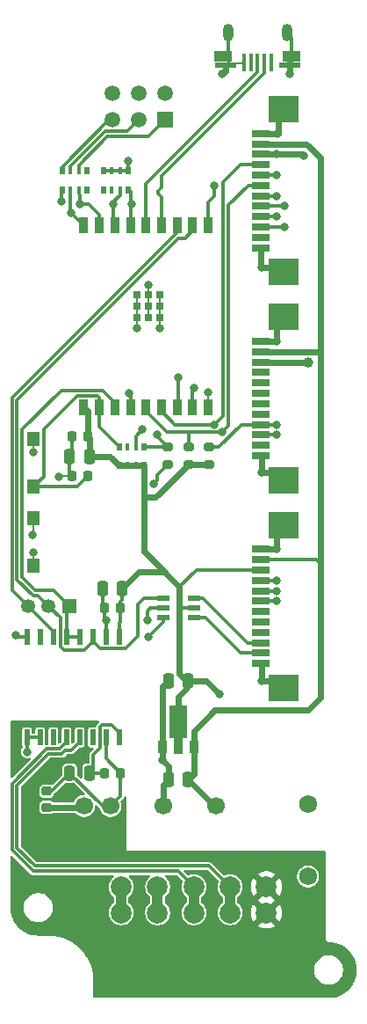
<source format=gbr>
%TF.GenerationSoftware,KiCad,Pcbnew,9.0.2*%
%TF.CreationDate,2025-06-10T08:24:41+03:00*%
%TF.ProjectId,PMMCU-ESP32C3,504d4d43-552d-4455-9350-333243332e6b,rev?*%
%TF.SameCoordinates,Original*%
%TF.FileFunction,Copper,L1,Top*%
%TF.FilePolarity,Positive*%
%FSLAX46Y46*%
G04 Gerber Fmt 4.6, Leading zero omitted, Abs format (unit mm)*
G04 Created by KiCad (PCBNEW 9.0.2) date 2025-06-10 08:24:41*
%MOMM*%
%LPD*%
G01*
G04 APERTURE LIST*
G04 Aperture macros list*
%AMRoundRect*
0 Rectangle with rounded corners*
0 $1 Rounding radius*
0 $2 $3 $4 $5 $6 $7 $8 $9 X,Y pos of 4 corners*
0 Add a 4 corners polygon primitive as box body*
4,1,4,$2,$3,$4,$5,$6,$7,$8,$9,$2,$3,0*
0 Add four circle primitives for the rounded corners*
1,1,$1+$1,$2,$3*
1,1,$1+$1,$4,$5*
1,1,$1+$1,$6,$7*
1,1,$1+$1,$8,$9*
0 Add four rect primitives between the rounded corners*
20,1,$1+$1,$2,$3,$4,$5,0*
20,1,$1+$1,$4,$5,$6,$7,0*
20,1,$1+$1,$6,$7,$8,$9,0*
20,1,$1+$1,$8,$9,$2,$3,0*%
%AMFreePoly0*
4,1,9,3.862500,-0.866500,0.737500,-0.866500,0.737500,-0.450000,-0.737500,-0.450000,-0.737500,0.450000,0.737500,0.450000,0.737500,0.866500,3.862500,0.866500,3.862500,-0.866500,3.862500,-0.866500,$1*%
G04 Aperture macros list end*
%TA.AperFunction,SMDPad,CuDef*%
%ADD10R,1.803400X0.635000*%
%TD*%
%TA.AperFunction,SMDPad,CuDef*%
%ADD11R,2.997200X2.590800*%
%TD*%
%TA.AperFunction,SMDPad,CuDef*%
%ADD12R,1.244600X1.346200*%
%TD*%
%TA.AperFunction,SMDPad,CuDef*%
%ADD13R,0.889000X1.498600*%
%TD*%
%TA.AperFunction,SMDPad,CuDef*%
%ADD14R,0.711200X0.711200*%
%TD*%
%TA.AperFunction,SMDPad,CuDef*%
%ADD15RoundRect,0.225000X0.225000X0.250000X-0.225000X0.250000X-0.225000X-0.250000X0.225000X-0.250000X0*%
%TD*%
%TA.AperFunction,ComponentPad*%
%ADD16R,1.500000X1.500000*%
%TD*%
%TA.AperFunction,ComponentPad*%
%ADD17C,1.500000*%
%TD*%
%TA.AperFunction,SMDPad,CuDef*%
%ADD18RoundRect,0.225000X0.225000X-0.425000X0.225000X0.425000X-0.225000X0.425000X-0.225000X-0.425000X0*%
%TD*%
%TA.AperFunction,SMDPad,CuDef*%
%ADD19FreePoly0,90.000000*%
%TD*%
%TA.AperFunction,SMDPad,CuDef*%
%ADD20R,0.406400X1.750000*%
%TD*%
%TA.AperFunction,SMDPad,CuDef*%
%ADD21R,1.654126X1.104108*%
%TD*%
%TA.AperFunction,SMDPad,CuDef*%
%ADD22R,2.108196X0.496100*%
%TD*%
%TA.AperFunction,ComponentPad*%
%ADD23O,1.000000X1.700000*%
%TD*%
%TA.AperFunction,SMDPad,CuDef*%
%ADD24R,2.108196X0.496108*%
%TD*%
%TA.AperFunction,SMDPad,CuDef*%
%ADD25R,1.654066X1.104100*%
%TD*%
%TA.AperFunction,SMDPad,CuDef*%
%ADD26R,0.500000X0.800000*%
%TD*%
%TA.AperFunction,SMDPad,CuDef*%
%ADD27R,0.400000X0.800000*%
%TD*%
%TA.AperFunction,SMDPad,CuDef*%
%ADD28RoundRect,0.250000X0.250000X0.475000X-0.250000X0.475000X-0.250000X-0.475000X0.250000X-0.475000X0*%
%TD*%
%TA.AperFunction,SMDPad,CuDef*%
%ADD29R,0.482600X1.549400*%
%TD*%
%TA.AperFunction,ComponentPad*%
%ADD30C,2.000000*%
%TD*%
%TA.AperFunction,SMDPad,CuDef*%
%ADD31RoundRect,0.200000X0.275000X-0.200000X0.275000X0.200000X-0.275000X0.200000X-0.275000X-0.200000X0*%
%TD*%
%TA.AperFunction,SMDPad,CuDef*%
%ADD32R,1.181100X0.558800*%
%TD*%
%TA.AperFunction,SMDPad,CuDef*%
%ADD33RoundRect,0.225000X-0.225000X-0.250000X0.225000X-0.250000X0.225000X0.250000X-0.225000X0.250000X0*%
%TD*%
%TA.AperFunction,ComponentPad*%
%ADD34C,1.725000*%
%TD*%
%TA.AperFunction,ComponentPad*%
%ADD35C,1.700000*%
%TD*%
%TA.AperFunction,ComponentPad*%
%ADD36R,1.350000X1.350000*%
%TD*%
%TA.AperFunction,ComponentPad*%
%ADD37C,1.350000*%
%TD*%
%TA.AperFunction,SMDPad,CuDef*%
%ADD38RoundRect,0.225000X0.250000X-0.225000X0.250000X0.225000X-0.250000X0.225000X-0.250000X-0.225000X0*%
%TD*%
%TA.AperFunction,ViaPad*%
%ADD39C,0.800000*%
%TD*%
%TA.AperFunction,ViaPad*%
%ADD40C,1.000000*%
%TD*%
%TA.AperFunction,Conductor*%
%ADD41C,0.300000*%
%TD*%
%TA.AperFunction,Conductor*%
%ADD42C,0.200000*%
%TD*%
%TA.AperFunction,Conductor*%
%ADD43C,0.600000*%
%TD*%
%TA.AperFunction,Conductor*%
%ADD44C,1.000000*%
%TD*%
G04 APERTURE END LIST*
D10*
%TO.P,J3,1,Pin_1*%
%TO.N,GND_MCU*%
X24444000Y24500008D03*
%TO.P,J3,2,Pin_2*%
%TO.N,unconnected-(J3-Pin_2-Pad2)*%
X24444000Y25500006D03*
%TO.P,J3,3,Pin_3*%
%TO.N,/CS3*%
X24444000Y26500004D03*
%TO.P,J3,4,Pin_4*%
%TO.N,/CS2*%
X24444000Y27500002D03*
%TO.P,J3,5,Pin_5*%
%TO.N,/CS1*%
X24444000Y28500000D03*
%TO.P,J3,6,Pin_6*%
%TO.N,/CS0*%
X24444000Y29500000D03*
%TO.P,J3,7,Pin_7*%
%TO.N,/SCK_SCL*%
X24444000Y30500000D03*
%TO.P,J3,8,Pin_8*%
%TO.N,/MISO*%
X24444000Y31500000D03*
%TO.P,J3,9,Pin_9*%
%TO.N,/MOSI_SDA*%
X24444000Y32499998D03*
%TO.P,J3,10,Pin_10*%
%TO.N,+3.3V_MCU*%
X24444000Y33499996D03*
%TO.P,J3,11,Pin_11*%
%TO.N,+5V_MCU*%
X24444000Y34499994D03*
%TO.P,J3,12,Pin_11*%
%TO.N,GND_MCU*%
X24444000Y35499992D03*
D11*
%TO.P,J3,13,Pin_11*%
X26614001Y22149997D03*
X26614001Y37850003D03*
%TD*%
D10*
%TO.P,J2,1,Pin_1*%
%TO.N,GND_MCU*%
X24444000Y4500008D03*
%TO.P,J2,2,Pin_2*%
%TO.N,unconnected-(J2-Pin_2-Pad2)*%
X24444000Y5500006D03*
%TO.P,J2,3,Pin_3*%
%TO.N,/SCK_SCL*%
X24444000Y6500004D03*
%TO.P,J2,4,Pin_4*%
%TO.N,/MOSI_SDA*%
X24444000Y7500002D03*
%TO.P,J2,5,Pin_5*%
%TO.N,unconnected-(J2-Pin_5-Pad5)*%
X24444000Y8500000D03*
%TO.P,J2,6,Pin_6*%
%TO.N,unconnected-(J2-Pin_6-Pad6)*%
X24444000Y9500000D03*
%TO.P,J2,7,Pin_7*%
%TO.N,unconnected-(J2-Pin_7-Pad7)*%
X24444000Y10500000D03*
%TO.P,J2,8,Pin_8*%
%TO.N,unconnected-(J2-Pin_8-Pad8)*%
X24444000Y11500000D03*
%TO.P,J2,9,Pin_9*%
%TO.N,unconnected-(J2-Pin_9-Pad9)*%
X24444000Y12499998D03*
%TO.P,J2,10,Pin_10*%
%TO.N,+3.3V_MCU*%
X24444000Y13499996D03*
%TO.P,J2,11,Pin_11*%
%TO.N,+5V_MCU*%
X24444000Y14499994D03*
%TO.P,J2,12,Pin_11*%
%TO.N,GND_MCU*%
X24444000Y15499992D03*
D11*
%TO.P,J2,13,Pin_11*%
X26614001Y2149997D03*
X26614001Y17850003D03*
%TD*%
D12*
%TO.P,SW2,1,1*%
%TO.N,GND_MCU*%
X2540000Y6096000D03*
%TO.P,SW2,2,2*%
%TO.N,/EN*%
X2540000Y1524000D03*
%TD*%
D13*
%TO.P,U1,1,3V3*%
%TO.N,+3.3V_MCU*%
X7390002Y9170000D03*
%TO.P,U1,2,EN*%
%TO.N,/EN*%
X8890001Y9170000D03*
%TO.P,U1,3,IO4*%
%TO.N,/UART_RTS*%
X10390001Y9170000D03*
%TO.P,U1,4,IO5*%
%TO.N,/LED2*%
X11890000Y9170000D03*
%TO.P,U1,5,IO6*%
%TO.N,/SCK_SCL*%
X13390000Y9170000D03*
%TO.P,U1,6,IO7*%
%TO.N,/MOSI_SDA*%
X14890000Y9170000D03*
%TO.P,U1,7,IO8*%
%TO.N,/CS2*%
X16390002Y9170000D03*
%TO.P,U1,8,IO9*%
%TO.N,/CS3*%
X17890001Y9170000D03*
%TO.P,U1,9,GND*%
%TO.N,GND_MCU*%
X19390001Y9170000D03*
%TO.P,U1,10,IO10*%
%TO.N,/MISO*%
X19389998Y26670000D03*
%TO.P,U1,11,RXD_(IO20)*%
%TO.N,/UART_RX*%
X17889999Y26670000D03*
%TO.P,U1,12,TXD_(IO21)*%
%TO.N,/UART_TX*%
X16389999Y26670000D03*
%TO.P,U1,13,IO18_(USB_D-)*%
%TO.N,/USB_D-*%
X14890000Y26670000D03*
%TO.P,U1,14,IO19_(USB_D+)*%
%TO.N,/USB_D+*%
X13390000Y26670000D03*
%TO.P,U1,15,IO3*%
%TO.N,/CS1*%
X11890000Y26670000D03*
%TO.P,U1,16,IO2*%
%TO.N,/CS0*%
X10389998Y26670000D03*
%TO.P,U1,17,IO1*%
%TO.N,/LED0*%
X8889999Y26670000D03*
%TO.P,U1,18,IO0*%
%TO.N,/LED1*%
X7389999Y26670000D03*
D14*
%TO.P,U1,EPAD,EPAD*%
%TO.N,GND_MCU*%
X12490000Y17780000D03*
X13590000Y17780000D03*
X14690000Y17780000D03*
X12490000Y18880000D03*
X13590000Y18880000D03*
X14690000Y18880000D03*
X12490000Y19980000D03*
X13590000Y19980000D03*
X14690000Y19980000D03*
%TD*%
D15*
%TO.P,C8,1*%
%TO.N,+3.3V_MCU*%
X10935000Y-10160000D03*
%TO.P,C8,2*%
%TO.N,GND_MCU*%
X9385000Y-10160000D03*
%TD*%
%TO.P,C1,1*%
%TO.N,/EN*%
X7760000Y2540000D03*
%TO.P,C1,2*%
%TO.N,GND_MCU*%
X6210000Y2540000D03*
%TD*%
D16*
%TO.P,SW4,1*%
%TO.N,Net-(RN3B-R2.1)*%
X15240000Y36830000D03*
D17*
%TO.P,SW4,2*%
%TO.N,Net-(RN3C-R3.1)*%
X12700000Y36830000D03*
%TO.P,SW4,3*%
%TO.N,Net-(RN3D-R4.1)*%
X10160000Y36830000D03*
%TO.P,SW4,4*%
%TO.N,GND_MCU*%
X10160000Y39370000D03*
%TO.P,SW4,5*%
X12700000Y39370000D03*
%TO.P,SW4,6*%
X15240000Y39370000D03*
%TD*%
D18*
%TO.P,U2,1,GND*%
%TO.N,GND_MCU*%
X15010000Y-23540000D03*
D19*
%TO.P,U2,2,OUTPUT*%
%TO.N,+3.3V_MCU*%
X16510000Y-23452500D03*
D18*
%TO.P,U2,3,INPUT*%
%TO.N,+5V_MCU*%
X18010000Y-23540000D03*
%TD*%
D20*
%TO.P,J1,1,VBUS*%
%TO.N,unconnected-(J1-VBUS-Pad1)*%
X25430000Y42327092D03*
%TO.P,J1,2,D-*%
%TO.N,/USB_D-*%
X24780014Y42327092D03*
%TO.P,J1,3,D+*%
%TO.N,/USB_D+*%
X24130028Y42327092D03*
%TO.P,J1,4,ID*%
%TO.N,unconnected-(J1-ID-Pad4)*%
X23480042Y42327092D03*
D21*
%TO.P,J1,5,GND*%
%TO.N,GND_MCU*%
X27457063Y42900254D03*
D22*
X27230029Y42100150D03*
D23*
X26955029Y45202208D03*
D20*
X22830056Y42327092D03*
D23*
X21305027Y45202208D03*
D24*
X21030031Y42100146D03*
D25*
X20802967Y42900250D03*
%TD*%
D15*
%TO.P,C5,1*%
%TO.N,+3.3V_MCU*%
X7760000Y6350000D03*
%TO.P,C5,2*%
%TO.N,GND_MCU*%
X6210000Y6350000D03*
%TD*%
D26*
%TO.P,RN2,1,R1.1*%
%TO.N,+3.3V_MCU*%
X10800000Y3545000D03*
D27*
%TO.P,RN2,2,R2.1*%
X11600000Y3545000D03*
%TO.P,RN2,3,R3.1*%
X12400000Y3545000D03*
D26*
%TO.P,RN2,4,R4.1*%
X13200000Y3545000D03*
%TO.P,RN2,5,R4.2*%
%TO.N,/CS3*%
X13200000Y5345000D03*
D27*
%TO.P,RN2,6,R3.2*%
%TO.N,/CS2*%
X12400000Y5345000D03*
%TO.P,RN2,7,R2.2*%
%TO.N,unconnected-(RN2B-R2.2-Pad7)*%
X11600000Y5345000D03*
D26*
%TO.P,RN2,8,R1.2*%
%TO.N,/EN*%
X10800000Y5345000D03*
%TD*%
D28*
%TO.P,C10,1*%
%TO.N,+5V_MCU*%
X17460000Y-26670000D03*
%TO.P,C10,2*%
%TO.N,GND_MCU*%
X15560000Y-26670000D03*
%TD*%
D29*
%TO.P,U6,1,VDD*%
%TO.N,+3.3V_MCU*%
X10795000Y-12954000D03*
%TO.P,U6,2,GNDA*%
%TO.N,GND_MCU*%
X9525000Y-12954000D03*
%TO.P,U6,3,RO*%
%TO.N,/UART_RX*%
X8255000Y-12954000D03*
%TO.P,U6,4,RE*%
%TO.N,/UART_RTS*%
X6985000Y-12954000D03*
%TO.P,U6,5,DE*%
X5715000Y-12954000D03*
%TO.P,U6,6,DI*%
%TO.N,/UART_TX*%
X4445000Y-12954000D03*
%TO.P,U6,7,NC*%
%TO.N,unconnected-(U6-NC-Pad7)*%
X3175000Y-12954000D03*
%TO.P,U6,8,GNDA*%
%TO.N,GND_MCU*%
X1905000Y-12954000D03*
%TO.P,U6,9,GNDB*%
%TO.N,GND_BUS*%
X1905000Y-22606000D03*
%TO.P,U6,10,SEL*%
X3175000Y-22606000D03*
%TO.P,U6,11,NC*%
%TO.N,unconnected-(U6-NC-Pad11)*%
X4445000Y-22606000D03*
%TO.P,U6,12,A*%
%TO.N,/A*%
X5715000Y-22606000D03*
%TO.P,U6,13,B*%
%TO.N,/B*%
X6985000Y-22606000D03*
%TO.P,U6,14,NC*%
%TO.N,unconnected-(U6-NC-Pad14)*%
X8255000Y-22606000D03*
%TO.P,U6,15,GNDB*%
%TO.N,GND_BUS*%
X9525000Y-22606000D03*
%TO.P,U6,16,VISO*%
%TO.N,+3.3V_BUS*%
X10795000Y-22606000D03*
%TD*%
D10*
%TO.P,J4,1,Pin_1*%
%TO.N,GND_MCU*%
X24444000Y-15499992D03*
%TO.P,J4,2,Pin_2*%
%TO.N,Net-(J4-Pin_2)*%
X24444000Y-14499994D03*
%TO.P,J4,3,Pin_3*%
%TO.N,Net-(J4-Pin_3)*%
X24444000Y-13499996D03*
%TO.P,J4,4,Pin_4*%
%TO.N,unconnected-(J4-Pin_4-Pad4)*%
X24444000Y-12499998D03*
%TO.P,J4,5,Pin_5*%
%TO.N,unconnected-(J4-Pin_5-Pad5)*%
X24444000Y-11500000D03*
%TO.P,J4,6,Pin_6*%
%TO.N,unconnected-(J4-Pin_6-Pad6)*%
X24444000Y-10500000D03*
%TO.P,J4,7,Pin_7*%
%TO.N,/LED2*%
X24444000Y-9500000D03*
%TO.P,J4,8,Pin_8*%
%TO.N,/LED1*%
X24444000Y-8500000D03*
%TO.P,J4,9,Pin_9*%
%TO.N,/LED0*%
X24444000Y-7500002D03*
%TO.P,J4,10,Pin_10*%
%TO.N,+3.3V_MCU*%
X24444000Y-6500004D03*
%TO.P,J4,11,Pin_11*%
%TO.N,+5V_MCU*%
X24444000Y-5500006D03*
%TO.P,J4,12,Pin_11*%
%TO.N,GND_MCU*%
X24444000Y-4500008D03*
D11*
%TO.P,J4,13,Pin_11*%
X26614001Y-17850003D03*
X26614001Y-2149997D03*
%TD*%
D30*
%TO.P,J6,1,Pin_1*%
%TO.N,+24V_BUS*%
X11000000Y-37000000D03*
%TO.P,J6,2,Pin_3*%
%TO.N,GND_BUS*%
X14500000Y-37000000D03*
%TO.P,J6,3,3*%
%TO.N,/A*%
X18000000Y-37000000D03*
%TO.P,J6,4,4*%
%TO.N,/B*%
X21500000Y-37000000D03*
%TO.P,J6,5,Pin_9*%
%TO.N,PE*%
X25000000Y-37000000D03*
%TO.P,J6,6,Pin_2*%
%TO.N,+24V_BUS*%
X11000000Y-39500000D03*
%TO.P,J6,7,Pin_4*%
%TO.N,GND_BUS*%
X14500000Y-39500000D03*
%TO.P,J6,8,Pin_6*%
%TO.N,/A*%
X18000000Y-39500000D03*
%TO.P,J6,9,Pin_8*%
%TO.N,/B*%
X21500000Y-39500000D03*
%TO.P,J6,10,Pin_10*%
%TO.N,PE*%
X25000000Y-39500000D03*
%TD*%
D31*
%TO.P,R3,1*%
%TO.N,+3.3V_MCU*%
X17500000Y3675000D03*
%TO.P,R3,2*%
%TO.N,/SCK_SCL*%
X17500000Y5325000D03*
%TD*%
D28*
%TO.P,C3,1*%
%TO.N,+3.3V_BUS*%
X7935000Y-26035000D03*
%TO.P,C3,2*%
%TO.N,GND_BUS*%
X6035000Y-26035000D03*
%TD*%
D32*
%TO.P,U5,1,1A*%
%TO.N,/UART_RX*%
X15043150Y-9209999D03*
%TO.P,U5,2,GND*%
%TO.N,GND_MCU*%
X15043150Y-10160000D03*
%TO.P,U5,3,2A*%
%TO.N,/UART_TX*%
X15043150Y-11110001D03*
%TO.P,U5,4,2Y*%
%TO.N,Net-(J4-Pin_2)*%
X17976850Y-11110001D03*
%TO.P,U5,5,VCC*%
%TO.N,+3.3V_MCU*%
X17976850Y-10160000D03*
%TO.P,U5,6,1Y*%
%TO.N,Net-(J4-Pin_3)*%
X17976850Y-9209999D03*
%TD*%
D33*
%TO.P,C9,1*%
%TO.N,+3.3V_BUS*%
X9385000Y-26035000D03*
%TO.P,C9,2*%
%TO.N,GND_BUS*%
X10935000Y-26035000D03*
%TD*%
D28*
%TO.P,C6,1*%
%TO.N,+3.3V_MCU*%
X11110000Y-8255000D03*
%TO.P,C6,2*%
%TO.N,GND_MCU*%
X9210000Y-8255000D03*
%TD*%
D34*
%TO.P,U4,1*%
%TO.N,GND_BUS*%
X29000000Y-36000000D03*
%TD*%
D31*
%TO.P,R1,1*%
%TO.N,+3.3V_MCU*%
X19500000Y3675000D03*
%TO.P,R1,2*%
%TO.N,/MOSI_SDA*%
X19500000Y5325000D03*
%TD*%
D28*
%TO.P,C4,1*%
%TO.N,+3.3V_MCU*%
X17460000Y-17145000D03*
%TO.P,C4,2*%
%TO.N,GND_MCU*%
X15560000Y-17145000D03*
%TD*%
%TO.P,C2,1*%
%TO.N,+3.3V_MCU*%
X7935000Y4445000D03*
%TO.P,C2,2*%
%TO.N,GND_MCU*%
X6035000Y4445000D03*
%TD*%
D12*
%TO.P,SW1,1,1*%
%TO.N,GND_MCU*%
X2540000Y-6096000D03*
%TO.P,SW1,2,2*%
%TO.N,Net-(R5-Pad1)*%
X2540000Y-1524000D03*
%TD*%
D35*
%TO.P,PS1,1,Vin*%
%TO.N,+24V_BUS*%
X7416800Y-29210000D03*
%TO.P,PS1,2,GND*%
%TO.N,GND_BUS*%
X9956800Y-29210000D03*
%TO.P,PS1,4,0V*%
%TO.N,GND_MCU*%
X15036800Y-29210000D03*
%TO.P,PS1,6,+V*%
%TO.N,+5V_MCU*%
X20116800Y-29210000D03*
%TD*%
D31*
%TO.P,R5,1*%
%TO.N,Net-(R5-Pad1)*%
X15500000Y3675000D03*
%TO.P,R5,2*%
%TO.N,/CS3*%
X15500000Y5325000D03*
%TD*%
D26*
%TO.P,RN3,1,R1.1*%
%TO.N,unconnected-(RN3A-R1.1-Pad1)*%
X7700000Y31900000D03*
D27*
%TO.P,RN3,2,R2.1*%
%TO.N,Net-(RN3B-R2.1)*%
X6900000Y31900000D03*
%TO.P,RN3,3,R3.1*%
%TO.N,Net-(RN3C-R3.1)*%
X6100000Y31900000D03*
D26*
%TO.P,RN3,4,R4.1*%
%TO.N,Net-(RN3D-R4.1)*%
X5300000Y31900000D03*
%TO.P,RN3,5,R4.2*%
%TO.N,/LED2*%
X5300000Y30100000D03*
D27*
%TO.P,RN3,6,R3.2*%
%TO.N,/LED1*%
X6100000Y30100000D03*
%TO.P,RN3,7,R2.2*%
%TO.N,/LED0*%
X6900000Y30100000D03*
D26*
%TO.P,RN3,8,R1.2*%
%TO.N,unconnected-(RN3A-R1.2-Pad8)*%
X7700000Y30100000D03*
%TD*%
%TO.P,RN1,1,R1.1*%
%TO.N,+3.3V_MCU*%
X11700000Y31900000D03*
D27*
%TO.P,RN1,2,R2.1*%
X10900000Y31900000D03*
%TO.P,RN1,3,R3.1*%
X10100000Y31900000D03*
D26*
%TO.P,RN1,4,R4.1*%
X9300000Y31900000D03*
%TO.P,RN1,5,R4.2*%
%TO.N,unconnected-(RN1D-R4.2-Pad5)*%
X9300000Y30100000D03*
D27*
%TO.P,RN1,6,R3.2*%
%TO.N,unconnected-(RN1C-R3.2-Pad6)*%
X10100000Y30100000D03*
%TO.P,RN1,7,R2.2*%
%TO.N,/CS0*%
X10900000Y30100000D03*
D26*
%TO.P,RN1,8,R1.2*%
%TO.N,/CS1*%
X11700000Y30100000D03*
%TD*%
D36*
%TO.P,J7,1,Pin_1*%
%TO.N,/UART_RTS*%
X6000000Y-10000000D03*
D37*
%TO.P,J7,2,Pin_2*%
%TO.N,/UART_RX*%
X4000000Y-10000000D03*
%TO.P,J7,3,Pin_3*%
%TO.N,/UART_TX*%
X2000000Y-10000000D03*
%TD*%
D38*
%TO.P,C7,1*%
%TO.N,+24V_BUS*%
X3810000Y-29350000D03*
%TO.P,C7,2*%
%TO.N,GND_BUS*%
X3810000Y-27800000D03*
%TD*%
D34*
%TO.P,U3,1*%
%TO.N,GND_MCU*%
X29000000Y-29000000D03*
%TD*%
D39*
%TO.N,GND_MCU*%
X26100000Y35500000D03*
X5000000Y2500000D03*
X13590000Y20937600D03*
X26000000Y-4500000D03*
X800000Y-12800000D03*
X2540000Y-4812000D03*
X24496900Y22604900D03*
X26000000Y15500000D03*
X14690000Y16810300D03*
X15010000Y-24830000D03*
X2540000Y4812400D03*
X19400000Y10600000D03*
X9525000Y-11355000D03*
X20750000Y41242100D03*
X12490000Y16810200D03*
X24500300Y2927300D03*
X27250000Y41250000D03*
X13500000Y-11300000D03*
X24511900Y-17152000D03*
%TO.N,+3.3V_MCU*%
X28588000Y33388000D03*
X11700000Y32900000D03*
D40*
X29000000Y13499993D03*
D39*
X20447000Y-18415000D03*
X26000000Y33499996D03*
%TO.N,/MOSI_SDA*%
X26000000Y7500003D03*
X20000000Y7500002D03*
%TO.N,/CS0*%
X10250000Y28750000D03*
X26000000Y29500000D03*
%TO.N,/SCK_SCL*%
X26000000Y6500000D03*
X20750000Y6750000D03*
%TO.N,/MISO*%
X20000000Y30500000D03*
X26000000Y31500000D03*
%TO.N,/CS1*%
X26750000Y28500000D03*
X12000000Y28750000D03*
%TO.N,/UART_TX*%
X13589000Y-12954000D03*
%TO.N,/CS2*%
X16500000Y12000000D03*
X26000000Y27500000D03*
X13000000Y7000000D03*
%TO.N,/CS3*%
X14500000Y6500000D03*
X26750000Y26500000D03*
X18000000Y11000000D03*
%TO.N,GND_BUS*%
X1905000Y-24000000D03*
%TO.N,Net-(R5-Pad1)*%
X2439100Y-3098000D03*
X14100000Y1750000D03*
%TO.N,/LED1*%
X26000000Y-8500000D03*
X6154999Y27904999D03*
%TO.N,/LED2*%
X26000000Y-9500000D03*
X5250000Y29000000D03*
X11750000Y10500000D03*
%TO.N,/LED0*%
X7000000Y28750000D03*
X26000000Y-7499997D03*
%TD*%
D41*
%TO.N,/EN*%
X6770300Y10270300D02*
X3513300Y7013300D01*
X8729700Y10270300D02*
X6770300Y10270300D01*
X3513300Y7013300D02*
X3513300Y2497300D01*
D42*
X8890001Y8865200D02*
X8890001Y9170000D01*
D41*
X3513300Y2497300D02*
X2540000Y1524000D01*
X8890001Y7254999D02*
X8890001Y9170000D01*
X8890001Y9170000D02*
X8890001Y10109999D01*
X7760000Y2540000D02*
X6744000Y1524000D01*
X10800000Y5345000D02*
X8890001Y7254999D01*
X6744000Y1524000D02*
X2540000Y1524000D01*
X8890001Y10109999D02*
X8729700Y10270300D01*
%TO.N,/USB_D+*%
X13390000Y26670000D02*
X13390000Y30640000D01*
X24130028Y41380028D02*
X24130028Y42527092D01*
X13390000Y30640000D02*
X24130028Y41380028D01*
%TO.N,/USB_D-*%
X14890000Y31431480D02*
X14890000Y30297158D01*
X14890000Y29097158D02*
X14890000Y27922707D01*
X14890000Y29388652D02*
X14890000Y29097158D01*
X14581494Y29988652D02*
X14581494Y29697158D01*
X24780014Y41321494D02*
X14890000Y31431480D01*
X24780014Y42527092D02*
X24780014Y41321494D01*
X14890000Y27922707D02*
X14890000Y26670000D01*
X14735747Y29542905D02*
G75*
G02*
X14889905Y29388652I-47J-154205D01*
G01*
X14581494Y29697158D02*
G75*
G03*
X14735747Y29542994I154206J42D01*
G01*
X14735747Y30142905D02*
G75*
G03*
X14581495Y29988652I-47J-154205D01*
G01*
X14890000Y30297158D02*
G75*
G02*
X14735747Y30142900I-154300J42D01*
G01*
D42*
%TO.N,GND_MCU*%
X13590000Y18880000D02*
X13590000Y19980000D01*
D43*
X15010000Y-24830000D02*
X15010000Y-23540000D01*
X24500300Y4443708D02*
X24444000Y4500008D01*
X25836698Y2927300D02*
X26614001Y2149997D01*
X24444000Y24500008D02*
X24444000Y22657800D01*
D42*
X6210000Y2540000D02*
X5040000Y2540000D01*
D43*
X26000000Y17236002D02*
X26614001Y17850003D01*
D41*
X1905000Y-12954000D02*
X954000Y-12954000D01*
D43*
X25999992Y15499992D02*
X24444000Y15499992D01*
X24511900Y-17152000D02*
X24511900Y-15567892D01*
X15010000Y-17695000D02*
X15010000Y-23540000D01*
D42*
X15560000Y-28686800D02*
X15036800Y-29210000D01*
D41*
X21305027Y43404271D02*
X20815481Y42914725D01*
D43*
X15036800Y-27193200D02*
X15560000Y-26670000D01*
D41*
X954000Y-12954000D02*
X800000Y-12800000D01*
D43*
X26000000Y-4500000D02*
X26000000Y-2763998D01*
X26159098Y22604900D02*
X26614001Y22149997D01*
D41*
X9525000Y-12954000D02*
X9525000Y-11355000D01*
D42*
X14690000Y16810300D02*
X14690000Y17780000D01*
D43*
X26000000Y-4500000D02*
X25999992Y-4500008D01*
D42*
X12490000Y16810200D02*
X12490000Y17780000D01*
X2540000Y4812400D02*
X2540000Y6096000D01*
D43*
X26000000Y15500000D02*
X25999992Y15499992D01*
D42*
X5040000Y2540000D02*
X5000000Y2500000D01*
D41*
X13500000Y-11300000D02*
X13500000Y-10450000D01*
D43*
X25999992Y-4500008D02*
X24444000Y-4500008D01*
D42*
X21463364Y42266842D02*
X20815481Y42914725D01*
D43*
X27250000Y41250000D02*
X27250000Y42720154D01*
D41*
X9210000Y-8255000D02*
X9210000Y-9985000D01*
D42*
X12490000Y17780000D02*
X12490000Y18880000D01*
X15735000Y-17285000D02*
X15735000Y-17145000D01*
X800000Y-12800000D02*
X903200Y-12903200D01*
X14690000Y18880000D02*
X14690000Y19980000D01*
D43*
X24511900Y-15567892D02*
X24444000Y-15499992D01*
X24444000Y22657800D02*
X24496900Y22604900D01*
D41*
X13790000Y-10160000D02*
X15043150Y-10160000D01*
X6210000Y6350000D02*
X6210000Y4620000D01*
D43*
X24496900Y22604900D02*
X26159098Y22604900D01*
D42*
X9525000Y-12903000D02*
X9525000Y-12903200D01*
D43*
X26099992Y35499992D02*
X24444000Y35499992D01*
X26122198Y35522198D02*
X26122198Y37358200D01*
X15560000Y-17145000D02*
X15010000Y-17695000D01*
D42*
X2540000Y-4812000D02*
X2540000Y-6096000D01*
D41*
X6035000Y4445000D02*
X6035000Y2715000D01*
D43*
X20750000Y41242100D02*
X21030031Y41522131D01*
X15036800Y-29210000D02*
X15036800Y-27193200D01*
D41*
X27444579Y44712658D02*
X26955029Y45202208D01*
D42*
X13590000Y19980000D02*
X13590000Y20937600D01*
X22569806Y42266842D02*
X21463364Y42266842D01*
D43*
X24500300Y2927300D02*
X25836698Y2927300D01*
D41*
X13500000Y-10450000D02*
X13790000Y-10160000D01*
D43*
X15560000Y-26670000D02*
X15560000Y-25380000D01*
X24511900Y-17152000D02*
X25915998Y-17152000D01*
X26122198Y37358200D02*
X26614001Y37850003D01*
D41*
X9385000Y-10160000D02*
X9385000Y-11215000D01*
D43*
X26100000Y35500000D02*
X26122198Y35522198D01*
D42*
X13590000Y17780000D02*
X13590000Y18880000D01*
X22830056Y42527092D02*
X22569806Y42266842D01*
D41*
X9210000Y-9985000D02*
X9385000Y-10160000D01*
D43*
X27250000Y42720154D02*
X27444579Y42914733D01*
D41*
X21305027Y45202208D02*
X21305027Y43404271D01*
D42*
X19400000Y10600000D02*
X19400000Y9828200D01*
D41*
X6035000Y2715000D02*
X6210000Y2540000D01*
X27444579Y42914733D02*
X27444579Y44712658D01*
X6210000Y4620000D02*
X6035000Y4445000D01*
D43*
X21030031Y41522131D02*
X21030031Y42114621D01*
D42*
X12490000Y18880000D02*
X12490000Y19980000D01*
X14690000Y17780000D02*
X14690000Y18880000D01*
D43*
X25915998Y-17152000D02*
X26614001Y-17850003D01*
D42*
X26068903Y22604900D02*
X26614001Y23149998D01*
D43*
X15560000Y-25380000D02*
X15010000Y-24830000D01*
D42*
X24500300Y2927300D02*
X24591000Y2927300D01*
X19400000Y9828200D02*
X19390000Y9818200D01*
D43*
X26100000Y35500000D02*
X26099992Y35499992D01*
X26000000Y15500000D02*
X26000000Y17236002D01*
X26000000Y-2763998D02*
X26614001Y-2149997D01*
D42*
X9525000Y-11355000D02*
X9385000Y-11215000D01*
D43*
X24500300Y2927300D02*
X24500300Y4443708D01*
D42*
X19390000Y9818200D02*
X19390000Y9170000D01*
D41*
%TO.N,+3.3V_MCU*%
X24444000Y-6500004D02*
X18241234Y-6500004D01*
X16840000Y-10160000D02*
X16600000Y-10400000D01*
D43*
X13200000Y500000D02*
X13200000Y-4700492D01*
X13200000Y3545000D02*
X13200000Y500000D01*
D41*
X18241234Y-6500004D02*
X16600000Y-8141238D01*
D43*
X7935000Y6175000D02*
X7760000Y6350000D01*
D41*
X11700000Y32900000D02*
X11700000Y31900000D01*
D43*
X14325000Y500000D02*
X13200000Y500000D01*
X7935000Y4445000D02*
X7935000Y6175000D01*
D41*
X10795000Y-11624000D02*
X10935000Y-11484000D01*
D43*
X24444000Y33499996D02*
X28476004Y33499996D01*
X16600000Y-10400000D02*
X16600000Y-8141238D01*
X7935000Y4445000D02*
X9900000Y4445000D01*
X15189508Y-6730746D02*
X15189508Y-6690000D01*
X28999993Y13500000D02*
X29000000Y13499993D01*
X28476004Y33499996D02*
X28575000Y33401000D01*
D41*
X10935000Y-9525000D02*
X11110000Y-9350000D01*
X11110000Y-9350000D02*
X11110000Y-8255000D01*
D43*
X17460000Y-17145000D02*
X19177000Y-17145000D01*
X17285000Y-17145000D02*
X16600000Y-16460000D01*
X16600000Y-16460000D02*
X16600000Y-10400000D01*
D41*
X9300000Y31900000D02*
X11700000Y31900000D01*
X17285000Y-17145000D02*
X17034700Y-16895000D01*
D43*
X11110000Y-8255000D02*
X12675000Y-6690000D01*
X16600000Y-8141238D02*
X15189508Y-6730746D01*
X17500000Y3675000D02*
X14325000Y500000D01*
X10800000Y3545000D02*
X13200000Y3545000D01*
D41*
X17976850Y-10160000D02*
X16840000Y-10160000D01*
D43*
X7760000Y8800002D02*
X7390002Y9170000D01*
X12675000Y-6690000D02*
X15189508Y-6690000D01*
X19177000Y-17145000D02*
X20447000Y-18415000D01*
D41*
X25999996Y33500000D02*
X24444000Y33500000D01*
D43*
X16510000Y-23452500D02*
X16510000Y-18725793D01*
D41*
X26000000Y33499996D02*
X25999996Y33500000D01*
D43*
X9900000Y4445000D02*
X10800000Y3545000D01*
X24444004Y13500000D02*
X28999993Y13500000D01*
X24444000Y13499996D02*
X24444004Y13500000D01*
X16510000Y-18725793D02*
X17285000Y-17950793D01*
D41*
X10795000Y-12903200D02*
X10795000Y-11624000D01*
D43*
X19500000Y3675000D02*
X17500000Y3675000D01*
X17285000Y-17950793D02*
X17285000Y-17145000D01*
D41*
X16510000Y-23452000D02*
X16510000Y-23452500D01*
D43*
X7760000Y6350000D02*
X7760000Y8800002D01*
D41*
X10935000Y-11484000D02*
X10935000Y-9525000D01*
D43*
X13200000Y-4700492D02*
X15189508Y-6690000D01*
D41*
%TO.N,/MOSI_SDA*%
X14890000Y8774202D02*
X14890000Y9170000D01*
X22499998Y32499998D02*
X20839300Y30839300D01*
X20839300Y8339300D02*
X20000002Y7500002D01*
X20000000Y7500002D02*
X16164200Y7500002D01*
X16164200Y7500002D02*
X14890000Y8774202D01*
X26000000Y7500003D02*
X22562078Y7500003D01*
X22562078Y7500003D02*
X20387075Y5325000D01*
X24444000Y32499998D02*
X22499998Y32499998D01*
X20387075Y5325000D02*
X19500000Y5325000D01*
X20000002Y7500002D02*
X20000000Y7500002D01*
X26000000Y7500003D02*
X25999999Y7500002D01*
X20839300Y30839300D02*
X20839300Y8339300D01*
X25999999Y7500002D02*
X24444000Y7500002D01*
%TO.N,/CS0*%
X10389998Y26670000D02*
X10250000Y26809998D01*
X10250000Y28948000D02*
X10900000Y29598000D01*
X10250000Y26809998D02*
X10250000Y28948000D01*
X24444000Y29500000D02*
X26000000Y29500000D01*
X10900000Y29598000D02*
X10900000Y30100000D01*
D42*
%TO.N,/SCK_SCL*%
X25263200Y6500000D02*
X24444000Y6500000D01*
D41*
X17500000Y5325000D02*
X17500000Y6750000D01*
X13390000Y9170000D02*
X13390000Y8774200D01*
X21340300Y28598000D02*
X23242300Y30500000D01*
X20750000Y6750000D02*
X21340300Y7340300D01*
X13390000Y8774200D02*
X15414200Y6750000D01*
X23242300Y30500000D02*
X24444000Y30500000D01*
X15414200Y6750000D02*
X17500000Y6750000D01*
X26000000Y6500000D02*
X25999996Y6500004D01*
X17500000Y6750000D02*
X20750000Y6750000D01*
X21340300Y7340300D02*
X21340300Y28598000D01*
X25999996Y6500004D02*
X24444000Y6500004D01*
%TO.N,/MISO*%
X20000000Y29500000D02*
X19389998Y28889998D01*
X19389998Y28889998D02*
X19389998Y26670000D01*
X26000000Y31500000D02*
X24444000Y31500000D01*
X20000000Y30500000D02*
X20000000Y29500000D01*
%TO.N,/CS1*%
X24444000Y28500000D02*
X26750000Y28500000D01*
X11890000Y29910000D02*
X11700000Y30100000D01*
X11890000Y26670000D02*
X11890000Y29910000D01*
%TO.N,/UART_RX*%
X2974000Y-8974000D02*
X2515480Y-8974000D01*
X16477094Y25380294D02*
X17130294Y25380294D01*
X17889999Y26139999D02*
X17889999Y26670000D01*
X5500000Y-14250000D02*
X7407000Y-14250000D01*
X7407000Y-14250000D02*
X8255000Y-13402000D01*
X12600000Y-12880925D02*
X11401225Y-14079700D01*
X5122700Y-13872700D02*
X5500000Y-14250000D01*
X2515480Y-8974000D02*
X952000Y-7410521D01*
X952000Y9855200D02*
X16477094Y25380294D01*
X12600000Y-9800000D02*
X12600000Y-12880925D01*
X13190001Y-9209999D02*
X12600000Y-9800000D01*
X4000000Y-10000000D02*
X5122700Y-11122700D01*
X17130294Y25380294D02*
X17889999Y26139999D01*
X8932700Y-14079700D02*
X8255000Y-13402000D01*
X15043150Y-9209999D02*
X13190001Y-9209999D01*
X11401225Y-14079700D02*
X8932700Y-14079700D01*
X8255000Y-13402000D02*
X8255000Y-12954000D01*
X5122700Y-11122700D02*
X5122700Y-13872700D01*
X952000Y-7410521D02*
X952000Y9855200D01*
X4000000Y-10000000D02*
X2974000Y-8974000D01*
%TO.N,/UART_TX*%
X15043150Y-11110001D02*
X15043150Y-11499850D01*
X15043150Y-11499850D02*
X13589000Y-12954000D01*
X16389999Y26001720D02*
X451000Y10062720D01*
D42*
X4445000Y-12445000D02*
X4445000Y-12954000D01*
D41*
X451000Y-8451000D02*
X2000000Y-10000000D01*
X16389999Y26670000D02*
X16389999Y26001720D01*
X451000Y10062720D02*
X451000Y-8451000D01*
X4445000Y-12445000D02*
X2000000Y-10000000D01*
%TO.N,/B*%
X952000Y-27256520D02*
X3975820Y-24232700D01*
X6170000Y-23869000D02*
X6985000Y-23054000D01*
X3975820Y-24232700D02*
X5244820Y-24232700D01*
X5608520Y-23869000D02*
X6170000Y-23869000D01*
D44*
X21500000Y-37000000D02*
X21500000Y-39500000D01*
D41*
X21500000Y-37000000D02*
X19499000Y-34999000D01*
X2707520Y-34999000D02*
X952000Y-33243480D01*
X5244820Y-24232700D02*
X5608520Y-23869000D01*
X19499000Y-34999000D02*
X2707520Y-34999000D01*
X952000Y-33243480D02*
X952000Y-27256520D01*
X6985000Y-23054000D02*
X6985000Y-22606000D01*
D42*
%TO.N,/A*%
X5715000Y-22657000D02*
X5715000Y-22656800D01*
D41*
X3768300Y-23731700D02*
X5037300Y-23731700D01*
X5715000Y-23054000D02*
X5715000Y-22606000D01*
D44*
X18000000Y-37000000D02*
X18000000Y-39500000D01*
D41*
X451000Y-33451000D02*
X451000Y-27049000D01*
X5037300Y-23731700D02*
X5715000Y-23054000D01*
X16500000Y-35500000D02*
X2500000Y-35500000D01*
X2500000Y-35500000D02*
X451000Y-33451000D01*
X451000Y-27049000D02*
X3768300Y-23731700D01*
X18000000Y-37000000D02*
X16500000Y-35500000D01*
%TO.N,/CS2*%
X12400000Y6400000D02*
X13000000Y7000000D01*
X24444000Y27500002D02*
X25999998Y27500002D01*
X16500000Y12000000D02*
X16500000Y9279998D01*
X25999998Y27500002D02*
X26000000Y27500000D01*
X16500000Y9279998D02*
X16390002Y9170000D01*
X12400000Y5345000D02*
X12400000Y6400000D01*
%TO.N,/CS3*%
X17890001Y9170000D02*
X17890001Y10890001D01*
X14500000Y6325000D02*
X15500000Y5325000D01*
X24444000Y26500004D02*
X26749996Y26500004D01*
X26749996Y26500004D02*
X26750000Y26500000D01*
X13200000Y5345000D02*
X15480000Y5345000D01*
X15480000Y5345000D02*
X15500000Y5325000D01*
X14500000Y6500000D02*
X14500000Y6325000D01*
X17890001Y10890001D02*
X18000000Y11000000D01*
D42*
%TO.N,GND_BUS*%
X1905000Y-22656800D02*
X2000000Y-22751800D01*
D41*
X10935000Y-26035000D02*
X10935000Y-28231800D01*
X1905000Y-24000000D02*
X1905000Y-22606000D01*
X10935000Y-26035000D02*
X9525000Y-24625000D01*
D44*
X14500000Y-37000000D02*
X14500000Y-39500000D01*
D41*
X10935000Y-28231800D02*
X9956800Y-29210000D01*
X9210000Y-29210000D02*
X6035000Y-26035000D01*
D42*
X3175000Y-22657000D02*
X3175000Y-22656800D01*
D41*
X3175000Y-22606000D02*
X1905000Y-22606000D01*
D42*
X9525000Y-22657000D02*
X9525000Y-22656800D01*
D41*
X4270000Y-27800000D02*
X6035000Y-26035000D01*
D43*
X5805000Y-25805000D02*
X6170000Y-26170000D01*
D41*
X9956800Y-29210000D02*
X9210000Y-29210000D01*
X9525000Y-24625000D02*
X9525000Y-22606000D01*
X3810000Y-27800000D02*
X4270000Y-27800000D01*
%TO.N,/UART_RTS*%
X1453000Y-7203000D02*
X2723000Y-8473000D01*
D42*
X6984900Y-12903000D02*
X6985000Y-12903000D01*
X5715200Y-12903000D02*
X5715100Y-12903000D01*
D41*
X10390001Y9170000D02*
X10390001Y9565800D01*
X10390001Y9565800D02*
X9184501Y10771300D01*
X5715000Y-12954000D02*
X5715000Y-10285000D01*
D42*
X6985000Y-12903000D02*
X6985000Y-12903200D01*
X10390001Y9170000D02*
X10350000Y9210001D01*
D41*
X2723000Y-8473000D02*
X4473000Y-8473000D01*
X5715000Y-12954000D02*
X6985000Y-12954000D01*
X1453000Y7006400D02*
X1453000Y-7203000D01*
X4473000Y-8473000D02*
X6000000Y-10000000D01*
D42*
X5715100Y-12903000D02*
X5715000Y-12903000D01*
D41*
X5715000Y-10285000D02*
X6000000Y-10000000D01*
X9184501Y10771300D02*
X5217900Y10771300D01*
D42*
X5715100Y-12903000D02*
X5715000Y-12903000D01*
X5715100Y-12903000D02*
X5715000Y-12903100D01*
X5715100Y-12903000D02*
X5715000Y-12903000D01*
X5715000Y-12903100D02*
X5715000Y-12903200D01*
X6984800Y-12903000D02*
X6984900Y-12903000D01*
D41*
X5217900Y10771300D02*
X1453000Y7006400D01*
D42*
X6984900Y-12903000D02*
X6985000Y-12903000D01*
D41*
%TO.N,+3.3V_BUS*%
X9151000Y-21400000D02*
X8932700Y-21618300D01*
X10037000Y-21400000D02*
X9151000Y-21400000D01*
X8294000Y-24285000D02*
X8294000Y-25676000D01*
X8932700Y-21618300D02*
X8932700Y-23646300D01*
X8932700Y-23646300D02*
X8294000Y-24285000D01*
X10795000Y-22158000D02*
X10037000Y-21400000D01*
X7935000Y-26035000D02*
X9385000Y-26035000D01*
X8294000Y-25676000D02*
X7935000Y-26035000D01*
D42*
X9525000Y-25895000D02*
X9385000Y-26035000D01*
D41*
X10795000Y-22606000D02*
X10795000Y-22158000D01*
D43*
%TO.N,+24V_BUS*%
X3810000Y-29350000D02*
X7276800Y-29350000D01*
X7276800Y-29350000D02*
X7416800Y-29210000D01*
D44*
X11000000Y-37000000D02*
X11000000Y-39500000D01*
D41*
X7270000Y-29350000D02*
X7410000Y-29210000D01*
%TO.N,Net-(R5-Pad1)*%
X14500000Y2150000D02*
X14500000Y2675000D01*
X14500000Y2675000D02*
X15500000Y3675000D01*
D42*
X2540000Y-2998000D02*
X2540000Y-1524000D01*
D41*
X14100000Y1750000D02*
X14500000Y2150000D01*
D42*
X2439100Y-3098000D02*
X2540000Y-2998000D01*
D41*
%TO.N,+5V_MCU*%
X24444000Y14499991D02*
X24592991Y14351000D01*
X29750006Y-5500006D02*
X24444000Y-5500006D01*
D43*
X20000000Y-29210000D02*
X17460000Y-26670000D01*
X30200000Y-18800000D02*
X29000000Y-20000000D01*
X20116800Y-29210000D02*
X20000000Y-29210000D01*
X28890220Y34499994D02*
X30200000Y33190214D01*
X18010000Y-21992942D02*
X19620471Y-20382471D01*
D42*
X24229006Y-5715000D02*
X24444000Y-5500006D01*
D43*
X30200000Y13800000D02*
X30200000Y-5950000D01*
X24444000Y14499994D02*
X29900006Y14499994D01*
D41*
X18010000Y-23540000D02*
X18010000Y-23852000D01*
X17576800Y-26670000D02*
X17460000Y-26670000D01*
D43*
X29000000Y-20000000D02*
X20002942Y-20000000D01*
X18010000Y-23540000D02*
X18010000Y-21992942D01*
X18010000Y-26120000D02*
X17460000Y-26670000D01*
X24444000Y34499994D02*
X28890220Y34499994D01*
X18010000Y-23540000D02*
X18010000Y-26120000D01*
X20002942Y-20000000D02*
X19620471Y-20382471D01*
X30200000Y-5950000D02*
X30200000Y-18800000D01*
X30200000Y33190214D02*
X30200000Y13800000D01*
D41*
X30000000Y-5750000D02*
X29750006Y-5500006D01*
%TO.N,Net-(J4-Pin_3)*%
X18867400Y-9209999D02*
X23157397Y-13499996D01*
X23157397Y-13499996D02*
X24444000Y-13499996D01*
X17976850Y-9209999D02*
X18867400Y-9209999D01*
%TO.N,Net-(J4-Pin_2)*%
X22499994Y-14499994D02*
X24444000Y-14499994D01*
X17976850Y-11110001D02*
X19110001Y-11110001D01*
X19110001Y-11110001D02*
X22499994Y-14499994D01*
D42*
%TO.N,unconnected-(J2-Pin_2-Pad2)*%
X24500300Y5443700D02*
X24444000Y5500000D01*
D41*
%TO.N,Net-(RN3B-R2.1)*%
X6900000Y31900000D02*
X6900000Y32452000D01*
X9676000Y35228000D02*
X13638000Y35228000D01*
X13638000Y35228000D02*
X15240000Y36830000D01*
X6900000Y32452000D02*
X9676000Y35228000D01*
%TO.N,Net-(RN3C-R3.1)*%
X9437520Y35729000D02*
X11599000Y35729000D01*
X6100000Y32391480D02*
X9437520Y35729000D01*
X6100000Y31900000D02*
X6100000Y32391480D01*
X11599000Y35729000D02*
X12700000Y36830000D01*
%TO.N,Net-(RN3D-R4.1)*%
X5300000Y31900000D02*
X5300000Y32300000D01*
X9830000Y36830000D02*
X10160000Y36830000D01*
X5300000Y32300000D02*
X9830000Y36830000D01*
%TO.N,/LED1*%
X7389999Y26670000D02*
X6154999Y27904999D01*
X6100000Y27959999D02*
X6100000Y30100000D01*
X6154999Y27904999D02*
X6100000Y27959999D01*
X26000000Y-8500000D02*
X24444000Y-8500000D01*
%TO.N,/LED2*%
X11890000Y9170000D02*
X11890000Y10360000D01*
X11890000Y10360000D02*
X11750000Y10500000D01*
X5250000Y30050000D02*
X5300000Y30100000D01*
X5250000Y29000000D02*
X5250000Y30050000D01*
X24444000Y-9500000D02*
X26000000Y-9500000D01*
%TO.N,/LED0*%
X26000000Y-7499997D02*
X25999995Y-7500002D01*
X7000000Y28750000D02*
X7000000Y29599000D01*
X6900000Y29699000D02*
X6900000Y30100000D01*
X7849000Y28750000D02*
X8889999Y27709001D01*
X7000000Y28750000D02*
X7849000Y28750000D01*
X7000000Y29599000D02*
X6900000Y29699000D01*
X25999995Y-7500002D02*
X24444000Y-7500002D01*
X8889999Y27709001D02*
X8889999Y26670000D01*
%TD*%
%TA.AperFunction,Conductor*%
%TO.N,PE*%
G36*
X8822995Y-21019685D02*
G01*
X8868750Y-21072489D01*
X8878694Y-21141647D01*
X8849669Y-21205203D01*
X8843637Y-21211681D01*
X8652231Y-21403086D01*
X8652227Y-21403091D01*
X8631905Y-21438290D01*
X8631901Y-21438297D01*
X8627372Y-21446144D01*
X8606086Y-21483012D01*
X8589253Y-21545832D01*
X8586603Y-21552515D01*
X8569344Y-21574607D01*
X8554748Y-21598554D01*
X8548123Y-21601772D01*
X8543590Y-21607575D01*
X8517122Y-21616831D01*
X8491901Y-21629083D01*
X8479011Y-21630159D01*
X8477637Y-21630640D01*
X8476502Y-21630368D01*
X8471338Y-21630800D01*
X7993947Y-21630800D01*
X7935470Y-21642431D01*
X7935469Y-21642432D01*
X7869147Y-21686747D01*
X7824832Y-21753069D01*
X7824831Y-21753070D01*
X7813200Y-21811547D01*
X7813200Y-23400452D01*
X7824831Y-23458929D01*
X7824832Y-23458930D01*
X7869147Y-23525252D01*
X7935469Y-23569567D01*
X7935470Y-23569568D01*
X7993947Y-23581199D01*
X7993950Y-23581200D01*
X7993952Y-23581200D01*
X8202756Y-23581200D01*
X8269795Y-23600885D01*
X8315550Y-23653689D01*
X8325494Y-23722847D01*
X8296469Y-23786403D01*
X8290437Y-23792881D01*
X8013532Y-24069785D01*
X8013525Y-24069794D01*
X7977341Y-24132469D01*
X7977340Y-24132471D01*
X7967388Y-24149707D01*
X7967386Y-24149712D01*
X7943500Y-24238856D01*
X7943500Y-24985500D01*
X7923815Y-25052539D01*
X7871011Y-25098294D01*
X7819500Y-25109500D01*
X7630730Y-25109500D01*
X7600300Y-25112353D01*
X7600298Y-25112353D01*
X7472119Y-25157206D01*
X7472117Y-25157207D01*
X7362850Y-25237850D01*
X7282207Y-25347117D01*
X7282206Y-25347119D01*
X7237353Y-25475298D01*
X7237353Y-25475300D01*
X7234500Y-25505730D01*
X7234500Y-26439456D01*
X7214815Y-26506495D01*
X7162011Y-26552250D01*
X7092853Y-26562194D01*
X7029297Y-26533169D01*
X7022819Y-26527137D01*
X6771819Y-26276137D01*
X6738334Y-26214814D01*
X6735500Y-26188456D01*
X6735500Y-25505730D01*
X6732646Y-25475300D01*
X6732646Y-25475298D01*
X6697647Y-25375279D01*
X6687793Y-25347118D01*
X6607150Y-25237850D01*
X6497882Y-25157207D01*
X6497880Y-25157206D01*
X6369700Y-25112353D01*
X6339270Y-25109500D01*
X6339266Y-25109500D01*
X5730734Y-25109500D01*
X5730730Y-25109500D01*
X5700300Y-25112353D01*
X5700298Y-25112353D01*
X5572119Y-25157206D01*
X5572117Y-25157207D01*
X5462850Y-25237850D01*
X5382207Y-25347117D01*
X5382206Y-25347119D01*
X5337353Y-25475298D01*
X5337353Y-25475300D01*
X5334500Y-25505730D01*
X5334500Y-25610820D01*
X5330274Y-25642913D01*
X5304500Y-25739108D01*
X5304500Y-25870892D01*
X5306989Y-25880182D01*
X5330275Y-25967085D01*
X5334500Y-25999178D01*
X5334500Y-26188456D01*
X5314815Y-26255495D01*
X5298181Y-26276137D01*
X4399862Y-27174455D01*
X4338539Y-27207940D01*
X4268847Y-27202956D01*
X4255887Y-27197259D01*
X4193123Y-27165279D01*
X4093493Y-27149500D01*
X4093488Y-27149500D01*
X3526512Y-27149500D01*
X3526507Y-27149500D01*
X3426878Y-27165279D01*
X3306778Y-27226473D01*
X3306774Y-27226476D01*
X3211476Y-27321774D01*
X3211473Y-27321778D01*
X3150279Y-27441878D01*
X3134500Y-27541506D01*
X3134500Y-28058493D01*
X3150279Y-28158121D01*
X3150280Y-28158124D01*
X3150281Y-28158126D01*
X3211331Y-28277943D01*
X3211473Y-28278221D01*
X3211476Y-28278225D01*
X3306774Y-28373523D01*
X3306778Y-28373526D01*
X3306780Y-28373528D01*
X3426874Y-28434719D01*
X3426876Y-28434719D01*
X3426878Y-28434720D01*
X3526507Y-28450500D01*
X3526512Y-28450500D01*
X4093493Y-28450500D01*
X4193121Y-28434720D01*
X4193121Y-28434719D01*
X4193126Y-28434719D01*
X4313220Y-28373528D01*
X4408528Y-28278220D01*
X4469719Y-28158126D01*
X4475114Y-28124059D01*
X4505041Y-28060927D01*
X4509906Y-28055776D01*
X4628682Y-27937000D01*
X5576859Y-26988821D01*
X5638180Y-26955338D01*
X5692359Y-26958658D01*
X5692932Y-26956036D01*
X5700306Y-26957647D01*
X5730730Y-26960500D01*
X5730734Y-26960500D01*
X6339270Y-26960500D01*
X6369690Y-26957647D01*
X6369691Y-26957646D01*
X6369699Y-26957646D01*
X6369706Y-26957643D01*
X6377066Y-26956036D01*
X6377669Y-26958797D01*
X6434244Y-26955891D01*
X6493141Y-26988823D01*
X7452137Y-27947819D01*
X7485622Y-28009142D01*
X7480638Y-28078834D01*
X7438766Y-28134767D01*
X7373302Y-28159184D01*
X7364456Y-28159500D01*
X7313330Y-28159500D01*
X7110387Y-28199868D01*
X7110379Y-28199870D01*
X6919203Y-28279058D01*
X6747142Y-28394024D01*
X6600824Y-28540342D01*
X6485856Y-28712405D01*
X6460778Y-28772952D01*
X6416937Y-28827356D01*
X6350643Y-28849421D01*
X6346217Y-28849500D01*
X4437610Y-28849500D01*
X4370571Y-28829815D01*
X4349928Y-28813180D01*
X4313224Y-28776475D01*
X4313221Y-28776473D01*
X4313220Y-28776472D01*
X4193126Y-28715281D01*
X4193124Y-28715280D01*
X4193121Y-28715279D01*
X4093493Y-28699500D01*
X4093488Y-28699500D01*
X3526512Y-28699500D01*
X3526507Y-28699500D01*
X3426878Y-28715279D01*
X3306778Y-28776473D01*
X3306774Y-28776476D01*
X3211476Y-28871774D01*
X3211473Y-28871778D01*
X3150279Y-28991878D01*
X3134500Y-29091506D01*
X3134500Y-29608493D01*
X3150279Y-29708121D01*
X3150280Y-29708124D01*
X3150281Y-29708126D01*
X3210181Y-29825686D01*
X3211473Y-29828221D01*
X3211476Y-29828225D01*
X3306774Y-29923523D01*
X3306778Y-29923526D01*
X3306780Y-29923528D01*
X3426874Y-29984719D01*
X3426876Y-29984719D01*
X3426878Y-29984720D01*
X3526507Y-30000500D01*
X3526512Y-30000500D01*
X4093493Y-30000500D01*
X4193121Y-29984720D01*
X4193121Y-29984719D01*
X4193126Y-29984719D01*
X4313220Y-29923528D01*
X4349928Y-29886820D01*
X4411251Y-29853334D01*
X4437610Y-29850500D01*
X6520305Y-29850500D01*
X6587344Y-29870185D01*
X6607986Y-29886819D01*
X6747142Y-30025975D01*
X6747145Y-30025977D01*
X6919202Y-30140941D01*
X7110380Y-30220130D01*
X7313330Y-30260499D01*
X7313334Y-30260500D01*
X7313335Y-30260500D01*
X7520266Y-30260500D01*
X7520267Y-30260499D01*
X7723220Y-30220130D01*
X7914398Y-30140941D01*
X8086455Y-30025977D01*
X8232777Y-29879655D01*
X8347741Y-29707598D01*
X8426930Y-29516420D01*
X8467300Y-29313465D01*
X8467300Y-29262344D01*
X8486985Y-29195305D01*
X8539789Y-29149550D01*
X8608947Y-29139606D01*
X8672503Y-29168631D01*
X8678981Y-29174663D01*
X8901680Y-29397362D01*
X8935165Y-29458685D01*
X8935616Y-29460851D01*
X8946668Y-29516414D01*
X8946670Y-29516420D01*
X9025859Y-29707598D01*
X9026212Y-29708126D01*
X9140824Y-29879657D01*
X9287142Y-30025975D01*
X9287145Y-30025977D01*
X9459202Y-30140941D01*
X9650380Y-30220130D01*
X9853330Y-30260499D01*
X9853334Y-30260500D01*
X9853335Y-30260500D01*
X10060266Y-30260500D01*
X10060267Y-30260499D01*
X10263220Y-30220130D01*
X10454398Y-30140941D01*
X10626455Y-30025977D01*
X10772777Y-29879655D01*
X10887741Y-29707598D01*
X10966930Y-29516420D01*
X11007300Y-29313465D01*
X11007300Y-29106535D01*
X10966930Y-28903580D01*
X10937706Y-28833028D01*
X10930237Y-28763559D01*
X10961512Y-28701079D01*
X10964525Y-28697955D01*
X11215470Y-28447012D01*
X11261614Y-28367088D01*
X11261613Y-28367088D01*
X11265678Y-28360049D01*
X11266888Y-28360748D01*
X11305279Y-28313108D01*
X11371572Y-28291042D01*
X11439272Y-28308320D01*
X11486883Y-28359457D01*
X11500000Y-28414963D01*
X11500000Y-33500000D01*
X30575500Y-33500000D01*
X30642539Y-33519685D01*
X30688294Y-33572489D01*
X30699500Y-33624000D01*
X30699500Y-42047598D01*
X30701970Y-42055198D01*
X30711777Y-42085381D01*
X30719979Y-42115989D01*
X30723965Y-42122894D01*
X30727987Y-42135273D01*
X30727988Y-42135275D01*
X30728912Y-42138119D01*
X30728914Y-42138123D01*
X30728915Y-42138125D01*
X30747634Y-42163889D01*
X30759540Y-42184511D01*
X30770789Y-42195760D01*
X30776519Y-42203647D01*
X30776522Y-42203650D01*
X30784866Y-42215134D01*
X30784867Y-42215134D01*
X30784868Y-42215136D01*
X30796344Y-42223474D01*
X30796343Y-42223474D01*
X30804241Y-42229212D01*
X30815489Y-42240460D01*
X30836102Y-42252360D01*
X30841365Y-42256184D01*
X30861871Y-42271083D01*
X30861877Y-42271086D01*
X30864712Y-42272007D01*
X30864711Y-42272007D01*
X30877104Y-42276033D01*
X30884011Y-42280021D01*
X30914612Y-42288220D01*
X30917701Y-42289224D01*
X30917704Y-42289225D01*
X30952400Y-42300499D01*
X30952403Y-42300499D01*
X30952405Y-42300500D01*
X30996396Y-42300500D01*
X31003605Y-42300709D01*
X31306184Y-42318333D01*
X31320504Y-42320006D01*
X31615441Y-42372011D01*
X31629450Y-42375331D01*
X31817098Y-42431510D01*
X31916365Y-42461229D01*
X31929915Y-42466161D01*
X32014134Y-42502489D01*
X32204911Y-42584782D01*
X32217783Y-42591247D01*
X32470809Y-42737332D01*
X32477143Y-42740989D01*
X32489190Y-42748913D01*
X32729412Y-42927751D01*
X32740459Y-42937020D01*
X32958291Y-43142534D01*
X32968186Y-43153022D01*
X33160686Y-43382433D01*
X33169297Y-43394000D01*
X33333866Y-43644215D01*
X33341075Y-43656700D01*
X33408280Y-43790516D01*
X33475483Y-43924330D01*
X33481194Y-43937570D01*
X33583622Y-44218987D01*
X33587758Y-44232802D01*
X33656823Y-44524209D01*
X33659327Y-44538409D01*
X33694095Y-44835867D01*
X33694933Y-44850263D01*
X33694933Y-45149736D01*
X33694095Y-45164132D01*
X33659327Y-45461590D01*
X33656823Y-45475790D01*
X33587758Y-45767197D01*
X33583622Y-45781012D01*
X33481194Y-46062429D01*
X33475483Y-46075669D01*
X33341077Y-46343296D01*
X33333866Y-46355784D01*
X33169297Y-46605999D01*
X33160686Y-46617566D01*
X32968186Y-46846977D01*
X32958291Y-46857465D01*
X32740459Y-47062979D01*
X32729412Y-47072248D01*
X32489190Y-47251086D01*
X32477143Y-47259010D01*
X32217790Y-47408748D01*
X32204904Y-47415220D01*
X31929915Y-47533838D01*
X31916365Y-47538770D01*
X31629461Y-47624665D01*
X31615429Y-47627990D01*
X31320505Y-47679992D01*
X31306183Y-47681666D01*
X31003606Y-47699290D01*
X30996396Y-47699500D01*
X8424500Y-47699500D01*
X8357461Y-47679815D01*
X8311706Y-47627011D01*
X8300500Y-47575500D01*
X8300500Y-45801178D01*
X8298631Y-45781012D01*
X8263810Y-45405224D01*
X8190742Y-45014346D01*
X8155300Y-44889778D01*
X29599500Y-44889778D01*
X29599500Y-44921635D01*
X29599500Y-45110222D01*
X29606903Y-45156962D01*
X29633985Y-45327952D01*
X29702103Y-45537603D01*
X29702104Y-45537606D01*
X29743079Y-45618022D01*
X29787446Y-45705096D01*
X29802187Y-45734025D01*
X29931752Y-45912358D01*
X29931756Y-45912363D01*
X30087636Y-46068243D01*
X30087641Y-46068247D01*
X30097857Y-46075669D01*
X30265978Y-46197815D01*
X30394375Y-46263237D01*
X30462393Y-46297895D01*
X30462396Y-46297896D01*
X30567221Y-46331955D01*
X30672049Y-46366015D01*
X30889778Y-46400500D01*
X30889779Y-46400500D01*
X31110221Y-46400500D01*
X31110222Y-46400500D01*
X31327951Y-46366015D01*
X31537606Y-46297895D01*
X31734022Y-46197815D01*
X31912365Y-46068242D01*
X32068242Y-45912365D01*
X32197815Y-45734022D01*
X32297895Y-45537606D01*
X32366015Y-45327951D01*
X32400500Y-45110222D01*
X32400500Y-44889778D01*
X32366015Y-44672049D01*
X32317980Y-44524209D01*
X32297896Y-44462396D01*
X32297895Y-44462393D01*
X32263237Y-44394375D01*
X32197815Y-44265978D01*
X32153040Y-44204350D01*
X32068247Y-44087641D01*
X32068243Y-44087636D01*
X31912363Y-43931756D01*
X31912358Y-43931752D01*
X31734025Y-43802187D01*
X31734024Y-43802186D01*
X31734022Y-43802185D01*
X31671096Y-43770122D01*
X31537606Y-43702104D01*
X31537603Y-43702103D01*
X31327952Y-43633985D01*
X31219086Y-43616742D01*
X31110222Y-43599500D01*
X30889778Y-43599500D01*
X30817201Y-43610995D01*
X30672047Y-43633985D01*
X30462396Y-43702103D01*
X30462393Y-43702104D01*
X30265974Y-43802187D01*
X30087641Y-43931752D01*
X30087636Y-43931756D01*
X29931756Y-44087636D01*
X29931752Y-44087641D01*
X29802187Y-44265974D01*
X29702104Y-44462393D01*
X29702103Y-44462396D01*
X29633985Y-44672047D01*
X29633985Y-44672049D01*
X29599500Y-44889778D01*
X8155300Y-44889778D01*
X8081921Y-44631878D01*
X7938274Y-44261082D01*
X7761027Y-43905122D01*
X7551692Y-43567035D01*
X7312055Y-43249704D01*
X7312052Y-43249700D01*
X7044161Y-42955838D01*
X6750299Y-42687947D01*
X6750290Y-42687940D01*
X6456606Y-42466161D01*
X6432965Y-42448308D01*
X6094878Y-42238973D01*
X5738918Y-42061726D01*
X5368122Y-41918079D01*
X5368120Y-41918078D01*
X5368119Y-41918078D01*
X4985661Y-41809260D01*
X4985661Y-41809259D01*
X4594767Y-41736188D01*
X4275044Y-41706562D01*
X4198824Y-41699500D01*
X4198821Y-41699500D01*
X3003481Y-41699500D01*
X2996528Y-41699305D01*
X2704703Y-41682916D01*
X2690885Y-41681359D01*
X2406172Y-41632984D01*
X2392615Y-41629890D01*
X2115100Y-41549939D01*
X2101975Y-41545346D01*
X1835165Y-41434830D01*
X1822637Y-41428797D01*
X1569874Y-41289100D01*
X1558100Y-41281702D01*
X1322569Y-41114584D01*
X1311697Y-41105914D01*
X1096357Y-40913475D01*
X1086524Y-40903642D01*
X894085Y-40688302D01*
X885415Y-40677430D01*
X718297Y-40441899D01*
X710899Y-40430125D01*
X675466Y-40366014D01*
X571198Y-40177355D01*
X565172Y-40164841D01*
X454653Y-39898024D01*
X450060Y-39884899D01*
X370109Y-39607384D01*
X367015Y-39593827D01*
X335020Y-39405519D01*
X318638Y-39309103D01*
X317084Y-39295306D01*
X300695Y-39003472D01*
X300500Y-38996519D01*
X300500Y-38889778D01*
X1599500Y-38889778D01*
X1599500Y-39110221D01*
X1633985Y-39327952D01*
X1702103Y-39537603D01*
X1702104Y-39537606D01*
X1770122Y-39671096D01*
X1787446Y-39705096D01*
X1802187Y-39734025D01*
X1931752Y-39912358D01*
X1931756Y-39912363D01*
X2087636Y-40068243D01*
X2087641Y-40068247D01*
X2220583Y-40164834D01*
X2265978Y-40197815D01*
X2394375Y-40263237D01*
X2462393Y-40297895D01*
X2462396Y-40297896D01*
X2555508Y-40328149D01*
X2672049Y-40366015D01*
X2889778Y-40400500D01*
X2889779Y-40400500D01*
X3110221Y-40400500D01*
X3110222Y-40400500D01*
X3327951Y-40366015D01*
X3537606Y-40297895D01*
X3734022Y-40197815D01*
X3912365Y-40068242D01*
X4068242Y-39912365D01*
X4197815Y-39734022D01*
X4297895Y-39537606D01*
X4366015Y-39327951D01*
X4400500Y-39110222D01*
X4400500Y-38889778D01*
X4366015Y-38672049D01*
X4312339Y-38506848D01*
X4297896Y-38462396D01*
X4297895Y-38462393D01*
X4263237Y-38394375D01*
X4197815Y-38265978D01*
X4153040Y-38204350D01*
X4068247Y-38087641D01*
X4068243Y-38087636D01*
X3912363Y-37931756D01*
X3912358Y-37931752D01*
X3734025Y-37802187D01*
X3734024Y-37802186D01*
X3734022Y-37802185D01*
X3671096Y-37770122D01*
X3537606Y-37702104D01*
X3537603Y-37702103D01*
X3327952Y-37633985D01*
X3219086Y-37616742D01*
X3110222Y-37599500D01*
X2889778Y-37599500D01*
X2817201Y-37610995D01*
X2672047Y-37633985D01*
X2462396Y-37702103D01*
X2462393Y-37702104D01*
X2265974Y-37802187D01*
X2087641Y-37931752D01*
X2087636Y-37931756D01*
X1931756Y-38087636D01*
X1931752Y-38087641D01*
X1802187Y-38265974D01*
X1702104Y-38462393D01*
X1702103Y-38462396D01*
X1633985Y-38672047D01*
X1599500Y-38889778D01*
X300500Y-38889778D01*
X300500Y-34095544D01*
X320185Y-34028505D01*
X372989Y-33982750D01*
X442147Y-33972806D01*
X505703Y-34001831D01*
X512181Y-34007863D01*
X2284788Y-35780470D01*
X2364712Y-35826614D01*
X2453856Y-35850500D01*
X2453857Y-35850500D01*
X2546144Y-35850500D01*
X10158106Y-35850500D01*
X10225145Y-35870185D01*
X10270900Y-35922989D01*
X10280844Y-35992147D01*
X10251819Y-36055703D01*
X10230993Y-36074817D01*
X10217927Y-36084309D01*
X10084312Y-36217924D01*
X10084312Y-36217925D01*
X10084310Y-36217927D01*
X10036610Y-36283579D01*
X9973240Y-36370800D01*
X9887454Y-36539163D01*
X9829059Y-36718881D01*
X9799500Y-36905513D01*
X9799500Y-37094486D01*
X9829059Y-37281118D01*
X9887454Y-37460836D01*
X9968722Y-37620332D01*
X9973240Y-37629199D01*
X10084310Y-37782073D01*
X10217927Y-37915690D01*
X10217928Y-37915691D01*
X10217927Y-37915691D01*
X10238442Y-37930595D01*
X10248383Y-37937818D01*
X10291050Y-37993147D01*
X10299500Y-38038137D01*
X10299500Y-38461862D01*
X10279815Y-38528901D01*
X10248387Y-38562179D01*
X10217927Y-38584309D01*
X10084312Y-38717924D01*
X10084312Y-38717925D01*
X10084310Y-38717927D01*
X10047990Y-38767917D01*
X9973240Y-38870800D01*
X9887454Y-39039163D01*
X9829059Y-39218881D01*
X9799500Y-39405513D01*
X9799500Y-39594486D01*
X9829059Y-39781118D01*
X9887454Y-39960836D01*
X9946033Y-40075802D01*
X9973240Y-40129199D01*
X10084310Y-40282073D01*
X10217927Y-40415690D01*
X10370801Y-40526760D01*
X10450347Y-40567290D01*
X10539163Y-40612545D01*
X10539165Y-40612545D01*
X10539168Y-40612547D01*
X10635497Y-40643846D01*
X10718881Y-40670940D01*
X10905514Y-40700500D01*
X10905519Y-40700500D01*
X11094486Y-40700500D01*
X11281118Y-40670940D01*
X11460832Y-40612547D01*
X11629199Y-40526760D01*
X11782073Y-40415690D01*
X11915690Y-40282073D01*
X12026760Y-40129199D01*
X12112547Y-39960832D01*
X12170940Y-39781118D01*
X12182981Y-39705096D01*
X12200500Y-39594486D01*
X12200500Y-39405513D01*
X12170940Y-39218881D01*
X12112545Y-39039163D01*
X12067290Y-38950347D01*
X12026760Y-38870801D01*
X11915690Y-38717927D01*
X11782073Y-38584310D01*
X11751613Y-38562179D01*
X11708948Y-38506848D01*
X11700500Y-38461862D01*
X11700500Y-38038137D01*
X11720185Y-37971098D01*
X11751615Y-37937818D01*
X11782073Y-37915690D01*
X11915690Y-37782073D01*
X12026760Y-37629199D01*
X12112547Y-37460832D01*
X12170940Y-37281118D01*
X12200500Y-37094486D01*
X12200500Y-36905513D01*
X12170940Y-36718881D01*
X12112545Y-36539163D01*
X12058666Y-36433420D01*
X12026760Y-36370801D01*
X11915690Y-36217927D01*
X11782073Y-36084310D01*
X11769006Y-36074816D01*
X11726342Y-36019486D01*
X11720364Y-35949873D01*
X11752971Y-35888078D01*
X11813810Y-35853722D01*
X11841894Y-35850500D01*
X13658106Y-35850500D01*
X13725145Y-35870185D01*
X13770900Y-35922989D01*
X13780844Y-35992147D01*
X13751819Y-36055703D01*
X13730993Y-36074817D01*
X13717927Y-36084309D01*
X13584312Y-36217924D01*
X13584312Y-36217925D01*
X13584310Y-36217927D01*
X13536610Y-36283579D01*
X13473240Y-36370800D01*
X13387454Y-36539163D01*
X13329059Y-36718881D01*
X13299500Y-36905513D01*
X13299500Y-37094486D01*
X13329059Y-37281118D01*
X13387454Y-37460836D01*
X13468722Y-37620332D01*
X13473240Y-37629199D01*
X13584310Y-37782073D01*
X13717927Y-37915690D01*
X13717928Y-37915691D01*
X13717927Y-37915691D01*
X13738442Y-37930595D01*
X13748383Y-37937818D01*
X13791050Y-37993147D01*
X13799500Y-38038137D01*
X13799500Y-38461862D01*
X13779815Y-38528901D01*
X13748387Y-38562179D01*
X13717927Y-38584309D01*
X13584312Y-38717924D01*
X13584312Y-38717925D01*
X13584310Y-38717927D01*
X13547990Y-38767917D01*
X13473240Y-38870800D01*
X13387454Y-39039163D01*
X13329059Y-39218881D01*
X13299500Y-39405513D01*
X13299500Y-39594486D01*
X13329059Y-39781118D01*
X13387454Y-39960836D01*
X13446033Y-40075802D01*
X13473240Y-40129199D01*
X13584310Y-40282073D01*
X13717927Y-40415690D01*
X13870801Y-40526760D01*
X13950347Y-40567290D01*
X14039163Y-40612545D01*
X14039165Y-40612545D01*
X14039168Y-40612547D01*
X14135497Y-40643846D01*
X14218881Y-40670940D01*
X14405514Y-40700500D01*
X14405519Y-40700500D01*
X14594486Y-40700500D01*
X14781118Y-40670940D01*
X14960832Y-40612547D01*
X15129199Y-40526760D01*
X15282073Y-40415690D01*
X15415690Y-40282073D01*
X15526760Y-40129199D01*
X15612547Y-39960832D01*
X15670940Y-39781118D01*
X15682981Y-39705096D01*
X15700500Y-39594486D01*
X15700500Y-39405513D01*
X15670940Y-39218881D01*
X15612545Y-39039163D01*
X15567290Y-38950347D01*
X15526760Y-38870801D01*
X15415690Y-38717927D01*
X15282073Y-38584310D01*
X15251613Y-38562179D01*
X15208948Y-38506848D01*
X15200500Y-38461862D01*
X15200500Y-38038137D01*
X15220185Y-37971098D01*
X15251615Y-37937818D01*
X15282073Y-37915690D01*
X15415690Y-37782073D01*
X15526760Y-37629199D01*
X15612547Y-37460832D01*
X15670940Y-37281118D01*
X15700500Y-37094486D01*
X15700500Y-36905513D01*
X15670940Y-36718881D01*
X15612545Y-36539163D01*
X15558666Y-36433420D01*
X15526760Y-36370801D01*
X15415690Y-36217927D01*
X15282073Y-36084310D01*
X15269006Y-36074816D01*
X15226342Y-36019486D01*
X15220364Y-35949873D01*
X15252971Y-35888078D01*
X15313810Y-35853722D01*
X15341894Y-35850500D01*
X16303456Y-35850500D01*
X16370495Y-35870185D01*
X16391137Y-35886819D01*
X16876416Y-36372097D01*
X16909901Y-36433420D01*
X16904917Y-36503111D01*
X16899221Y-36516070D01*
X16887452Y-36539168D01*
X16887451Y-36539171D01*
X16829060Y-36718877D01*
X16829060Y-36718880D01*
X16799500Y-36905513D01*
X16799500Y-37094486D01*
X16829059Y-37281118D01*
X16887454Y-37460836D01*
X16968722Y-37620332D01*
X16973240Y-37629199D01*
X17084310Y-37782073D01*
X17217927Y-37915690D01*
X17217928Y-37915691D01*
X17217927Y-37915691D01*
X17238442Y-37930595D01*
X17248383Y-37937818D01*
X17291050Y-37993147D01*
X17299500Y-38038137D01*
X17299500Y-38461862D01*
X17279815Y-38528901D01*
X17248387Y-38562179D01*
X17217927Y-38584309D01*
X17084312Y-38717924D01*
X17084312Y-38717925D01*
X17084310Y-38717927D01*
X17047990Y-38767917D01*
X16973240Y-38870800D01*
X16887454Y-39039163D01*
X16829059Y-39218881D01*
X16799500Y-39405513D01*
X16799500Y-39594486D01*
X16829059Y-39781118D01*
X16887454Y-39960836D01*
X16946033Y-40075802D01*
X16973240Y-40129199D01*
X17084310Y-40282073D01*
X17217927Y-40415690D01*
X17370801Y-40526760D01*
X17450347Y-40567290D01*
X17539163Y-40612545D01*
X17539165Y-40612545D01*
X17539168Y-40612547D01*
X17635497Y-40643846D01*
X17718881Y-40670940D01*
X17905514Y-40700500D01*
X17905519Y-40700500D01*
X18094486Y-40700500D01*
X18281118Y-40670940D01*
X18460832Y-40612547D01*
X18629199Y-40526760D01*
X18782073Y-40415690D01*
X18915690Y-40282073D01*
X19026760Y-40129199D01*
X19112547Y-39960832D01*
X19170940Y-39781118D01*
X19182981Y-39705096D01*
X19200500Y-39594486D01*
X19200500Y-39405513D01*
X19170940Y-39218881D01*
X19112545Y-39039163D01*
X19067290Y-38950347D01*
X19026760Y-38870801D01*
X18915690Y-38717927D01*
X18782073Y-38584310D01*
X18751613Y-38562179D01*
X18708948Y-38506848D01*
X18700500Y-38461862D01*
X18700500Y-38038137D01*
X18720185Y-37971098D01*
X18751615Y-37937818D01*
X18782073Y-37915690D01*
X18915690Y-37782073D01*
X19026760Y-37629199D01*
X19112547Y-37460832D01*
X19170940Y-37281118D01*
X19200500Y-37094486D01*
X19200500Y-36905513D01*
X19170940Y-36718881D01*
X19112545Y-36539163D01*
X19058666Y-36433420D01*
X19026760Y-36370801D01*
X18915690Y-36217927D01*
X18782073Y-36084310D01*
X18629199Y-35973240D01*
X18583339Y-35949873D01*
X18460836Y-35887454D01*
X18281118Y-35829059D01*
X18094486Y-35799500D01*
X18094481Y-35799500D01*
X17905519Y-35799500D01*
X17905514Y-35799500D01*
X17718880Y-35829060D01*
X17718877Y-35829060D01*
X17539171Y-35887451D01*
X17539168Y-35887452D01*
X17516070Y-35899221D01*
X17447401Y-35912116D01*
X17382661Y-35885838D01*
X17372097Y-35876416D01*
X17056863Y-35561181D01*
X17023378Y-35499858D01*
X17028362Y-35430166D01*
X17070234Y-35374233D01*
X17135698Y-35349816D01*
X17144544Y-35349500D01*
X19302456Y-35349500D01*
X19369495Y-35369185D01*
X19390137Y-35385819D01*
X19892396Y-35888078D01*
X20376416Y-36372097D01*
X20409901Y-36433420D01*
X20404917Y-36503111D01*
X20399221Y-36516070D01*
X20387452Y-36539168D01*
X20387451Y-36539171D01*
X20329060Y-36718877D01*
X20329060Y-36718880D01*
X20299500Y-36905513D01*
X20299500Y-37094486D01*
X20329059Y-37281118D01*
X20387454Y-37460836D01*
X20468722Y-37620332D01*
X20473240Y-37629199D01*
X20584310Y-37782073D01*
X20717927Y-37915690D01*
X20717928Y-37915691D01*
X20717927Y-37915691D01*
X20738442Y-37930595D01*
X20748383Y-37937818D01*
X20791050Y-37993147D01*
X20799500Y-38038137D01*
X20799500Y-38461862D01*
X20779815Y-38528901D01*
X20748387Y-38562179D01*
X20717927Y-38584309D01*
X20584312Y-38717924D01*
X20584312Y-38717925D01*
X20584310Y-38717927D01*
X20547990Y-38767917D01*
X20473240Y-38870800D01*
X20387454Y-39039163D01*
X20329059Y-39218881D01*
X20299500Y-39405513D01*
X20299500Y-39594486D01*
X20329059Y-39781118D01*
X20387454Y-39960836D01*
X20446033Y-40075802D01*
X20473240Y-40129199D01*
X20584310Y-40282073D01*
X20717927Y-40415690D01*
X20870801Y-40526760D01*
X20950347Y-40567290D01*
X21039163Y-40612545D01*
X21039165Y-40612545D01*
X21039168Y-40612547D01*
X21135497Y-40643846D01*
X21218881Y-40670940D01*
X21405514Y-40700500D01*
X21405519Y-40700500D01*
X21594486Y-40700500D01*
X21781118Y-40670940D01*
X21960832Y-40612547D01*
X22129199Y-40526760D01*
X22282073Y-40415690D01*
X22415690Y-40282073D01*
X22526760Y-40129199D01*
X22612547Y-39960832D01*
X22670940Y-39781118D01*
X22682981Y-39705096D01*
X22700500Y-39594486D01*
X22700500Y-39405514D01*
X22699068Y-39396474D01*
X22699068Y-39396473D01*
X22670940Y-39218881D01*
X22612545Y-39039163D01*
X22567290Y-38950347D01*
X22526760Y-38870801D01*
X22415690Y-38717927D01*
X22282073Y-38584310D01*
X22251613Y-38562179D01*
X22208948Y-38506848D01*
X22200500Y-38461862D01*
X22200500Y-38038137D01*
X22220185Y-37971098D01*
X22251615Y-37937818D01*
X22282073Y-37915690D01*
X22415690Y-37782073D01*
X22526760Y-37629199D01*
X22612547Y-37460832D01*
X22670940Y-37281118D01*
X22700500Y-37094486D01*
X22700500Y-36905514D01*
X22699068Y-36896474D01*
X22699068Y-36896473D01*
X22696767Y-36881947D01*
X23500000Y-36881947D01*
X23500000Y-37118052D01*
X23536934Y-37351247D01*
X23609897Y-37575802D01*
X23717081Y-37786163D01*
X23717089Y-37786176D01*
X23747584Y-37828149D01*
X23747586Y-37828150D01*
X24339979Y-37235756D01*
X24379668Y-37331574D01*
X24456274Y-37446224D01*
X24553776Y-37543726D01*
X24668426Y-37620332D01*
X24764243Y-37660020D01*
X24174264Y-38250000D01*
X24764243Y-38839979D01*
X24668426Y-38879668D01*
X24553776Y-38956274D01*
X24456274Y-39053776D01*
X24379668Y-39168426D01*
X24339979Y-39264242D01*
X23747585Y-38671848D01*
X23747584Y-38671849D01*
X23717087Y-38713824D01*
X23609897Y-38924197D01*
X23536934Y-39148752D01*
X23500000Y-39381947D01*
X23500000Y-39618052D01*
X23536934Y-39851247D01*
X23609897Y-40075802D01*
X23717081Y-40286163D01*
X23717089Y-40286176D01*
X23747584Y-40328149D01*
X23747586Y-40328150D01*
X24339979Y-39735756D01*
X24379668Y-39831574D01*
X24456274Y-39946224D01*
X24553776Y-40043726D01*
X24668426Y-40120332D01*
X24764243Y-40160020D01*
X24171849Y-40752413D01*
X24213828Y-40782914D01*
X24424197Y-40890102D01*
X24648752Y-40963065D01*
X24648751Y-40963065D01*
X24881948Y-41000000D01*
X25118052Y-41000000D01*
X25351247Y-40963065D01*
X25575802Y-40890102D01*
X25786171Y-40782914D01*
X25828149Y-40752413D01*
X25235756Y-40160020D01*
X25331574Y-40120332D01*
X25446224Y-40043726D01*
X25543726Y-39946224D01*
X25620332Y-39831574D01*
X25660020Y-39735756D01*
X26252413Y-40328149D01*
X26282914Y-40286171D01*
X26390102Y-40075802D01*
X26463065Y-39851247D01*
X26500000Y-39618052D01*
X26500000Y-39381947D01*
X26463065Y-39148752D01*
X26390102Y-38924197D01*
X26282914Y-38713828D01*
X26252413Y-38671849D01*
X25660020Y-39264242D01*
X25620332Y-39168426D01*
X25543726Y-39053776D01*
X25446224Y-38956274D01*
X25331574Y-38879668D01*
X25235756Y-38839979D01*
X25825736Y-38250000D01*
X25235756Y-37660020D01*
X25331574Y-37620332D01*
X25446224Y-37543726D01*
X25543726Y-37446224D01*
X25620332Y-37331574D01*
X25660020Y-37235756D01*
X26252413Y-37828149D01*
X26282914Y-37786171D01*
X26390102Y-37575802D01*
X26463065Y-37351247D01*
X26500000Y-37118052D01*
X26500000Y-36881947D01*
X26463065Y-36648752D01*
X26390102Y-36424197D01*
X26282914Y-36213828D01*
X26252413Y-36171849D01*
X25660020Y-36764242D01*
X25620332Y-36668426D01*
X25543726Y-36553776D01*
X25446224Y-36456274D01*
X25331574Y-36379668D01*
X25235757Y-36339979D01*
X25471038Y-36104698D01*
X27936999Y-36104698D01*
X27977849Y-36310060D01*
X27977851Y-36310066D01*
X28057982Y-36503521D01*
X28174310Y-36677618D01*
X28174316Y-36677626D01*
X28322373Y-36825683D01*
X28322381Y-36825689D01*
X28496478Y-36942017D01*
X28553140Y-36965487D01*
X28689934Y-37022149D01*
X28689938Y-37022149D01*
X28689939Y-37022150D01*
X28895301Y-37063000D01*
X28895304Y-37063000D01*
X29104698Y-37063000D01*
X29242863Y-37035516D01*
X29310066Y-37022149D01*
X29503519Y-36942018D01*
X29503519Y-36942017D01*
X29503521Y-36942017D01*
X29593422Y-36881947D01*
X29677623Y-36825686D01*
X29825686Y-36677623D01*
X29942018Y-36503519D01*
X30022149Y-36310066D01*
X30041293Y-36213824D01*
X30063000Y-36104698D01*
X30063000Y-35895301D01*
X30022150Y-35689939D01*
X30022149Y-35689938D01*
X30022149Y-35689934D01*
X29942018Y-35496481D01*
X29942017Y-35496478D01*
X29825689Y-35322381D01*
X29825683Y-35322373D01*
X29677626Y-35174316D01*
X29677618Y-35174310D01*
X29503521Y-35057982D01*
X29310066Y-34977851D01*
X29310060Y-34977849D01*
X29104698Y-34937000D01*
X29104696Y-34937000D01*
X28895304Y-34937000D01*
X28895302Y-34937000D01*
X28689939Y-34977849D01*
X28689933Y-34977851D01*
X28496478Y-35057982D01*
X28322381Y-35174310D01*
X28322373Y-35174316D01*
X28174316Y-35322373D01*
X28174310Y-35322381D01*
X28057982Y-35496478D01*
X27977851Y-35689933D01*
X27977849Y-35689939D01*
X27937000Y-35895301D01*
X27937000Y-35895304D01*
X27937000Y-36104696D01*
X27937000Y-36104698D01*
X27936999Y-36104698D01*
X25471038Y-36104698D01*
X25774205Y-35801531D01*
X25828150Y-35747585D01*
X25828149Y-35747584D01*
X25786176Y-35717089D01*
X25786163Y-35717081D01*
X25575802Y-35609897D01*
X25351247Y-35536934D01*
X25351248Y-35536934D01*
X25118052Y-35500000D01*
X24881948Y-35500000D01*
X24648752Y-35536934D01*
X24424197Y-35609897D01*
X24213824Y-35717087D01*
X24171849Y-35747584D01*
X24171848Y-35747585D01*
X24764243Y-36339979D01*
X24668426Y-36379668D01*
X24553776Y-36456274D01*
X24456274Y-36553776D01*
X24379668Y-36668426D01*
X24339979Y-36764242D01*
X23747585Y-36171848D01*
X23747584Y-36171849D01*
X23717087Y-36213824D01*
X23609897Y-36424197D01*
X23536934Y-36648752D01*
X23500000Y-36881947D01*
X22696767Y-36881947D01*
X22670940Y-36718881D01*
X22612545Y-36539163D01*
X22558666Y-36433420D01*
X22526760Y-36370801D01*
X22415690Y-36217927D01*
X22282073Y-36084310D01*
X22129199Y-35973240D01*
X21995918Y-35905330D01*
X21960836Y-35887454D01*
X21781118Y-35829059D01*
X21594486Y-35799500D01*
X21594481Y-35799500D01*
X21405519Y-35799500D01*
X21405514Y-35799500D01*
X21218880Y-35829060D01*
X21218877Y-35829060D01*
X21039171Y-35887451D01*
X21039168Y-35887452D01*
X21016070Y-35899221D01*
X20947401Y-35912116D01*
X20882661Y-35885838D01*
X20872097Y-35876416D01*
X20318062Y-35322381D01*
X19714212Y-34718530D01*
X19714211Y-34718529D01*
X19714208Y-34718527D01*
X19634290Y-34672387D01*
X19634289Y-34672386D01*
X19634288Y-34672386D01*
X19545144Y-34648500D01*
X19545143Y-34648500D01*
X2904064Y-34648500D01*
X2837025Y-34628815D01*
X2816383Y-34612181D01*
X1338819Y-33134617D01*
X1305334Y-33073294D01*
X1302500Y-33046936D01*
X1302500Y-27453063D01*
X1322185Y-27386024D01*
X1338819Y-27365382D01*
X4084682Y-24619519D01*
X4146005Y-24586034D01*
X4172363Y-24583200D01*
X5290962Y-24583200D01*
X5290964Y-24583200D01*
X5380108Y-24559314D01*
X5390374Y-24553387D01*
X5460032Y-24513170D01*
X5717383Y-24255819D01*
X5778706Y-24222334D01*
X5805064Y-24219500D01*
X6216142Y-24219500D01*
X6216144Y-24219500D01*
X6305288Y-24195614D01*
X6320977Y-24186556D01*
X6320978Y-24186556D01*
X6384793Y-24149712D01*
X6385212Y-24149470D01*
X6917163Y-23617519D01*
X6978486Y-23584034D01*
X7004844Y-23581200D01*
X7246050Y-23581200D01*
X7246051Y-23581199D01*
X7260868Y-23578252D01*
X7304529Y-23569568D01*
X7304529Y-23569567D01*
X7304531Y-23569567D01*
X7370852Y-23525252D01*
X7415167Y-23458931D01*
X7415167Y-23458929D01*
X7415168Y-23458929D01*
X7426799Y-23400452D01*
X7426800Y-23400450D01*
X7426800Y-21811549D01*
X7426799Y-21811547D01*
X7415168Y-21753070D01*
X7415167Y-21753069D01*
X7370852Y-21686747D01*
X7304530Y-21642432D01*
X7304529Y-21642431D01*
X7246052Y-21630800D01*
X7246048Y-21630800D01*
X6723952Y-21630800D01*
X6723947Y-21630800D01*
X6665470Y-21642431D01*
X6665469Y-21642432D01*
X6599147Y-21686747D01*
X6554832Y-21753069D01*
X6554831Y-21753070D01*
X6543200Y-21811547D01*
X6543200Y-22948756D01*
X6534555Y-22978196D01*
X6528032Y-23008183D01*
X6524277Y-23013198D01*
X6523515Y-23015795D01*
X6506881Y-23036437D01*
X6368481Y-23174837D01*
X6307158Y-23208322D01*
X6237466Y-23203338D01*
X6181533Y-23161466D01*
X6157116Y-23096002D01*
X6156800Y-23087156D01*
X6156800Y-21811549D01*
X6156799Y-21811547D01*
X6145168Y-21753070D01*
X6145167Y-21753069D01*
X6100852Y-21686747D01*
X6034530Y-21642432D01*
X6034529Y-21642431D01*
X5976052Y-21630800D01*
X5976048Y-21630800D01*
X5453952Y-21630800D01*
X5453947Y-21630800D01*
X5395470Y-21642431D01*
X5395469Y-21642432D01*
X5329147Y-21686747D01*
X5284832Y-21753069D01*
X5284831Y-21753070D01*
X5273200Y-21811547D01*
X5273200Y-22948756D01*
X5264555Y-22978196D01*
X5258032Y-23008183D01*
X5254277Y-23013198D01*
X5253515Y-23015795D01*
X5236881Y-23036437D01*
X5098481Y-23174837D01*
X5037158Y-23208322D01*
X4967466Y-23203338D01*
X4911533Y-23161466D01*
X4887116Y-23096002D01*
X4886800Y-23087156D01*
X4886800Y-21811549D01*
X4886799Y-21811547D01*
X4875168Y-21753070D01*
X4875167Y-21753069D01*
X4830852Y-21686747D01*
X4764530Y-21642432D01*
X4764529Y-21642431D01*
X4706052Y-21630800D01*
X4706048Y-21630800D01*
X4183952Y-21630800D01*
X4183947Y-21630800D01*
X4125470Y-21642431D01*
X4125469Y-21642432D01*
X4059147Y-21686747D01*
X4014832Y-21753069D01*
X4014831Y-21753070D01*
X4003200Y-21811547D01*
X4003200Y-23257200D01*
X4000649Y-23265885D01*
X4001938Y-23274847D01*
X3990959Y-23298887D01*
X3983515Y-23324239D01*
X3976674Y-23330166D01*
X3972913Y-23338403D01*
X3950678Y-23352692D01*
X3930711Y-23369994D01*
X3920196Y-23372281D01*
X3914135Y-23376177D01*
X3879200Y-23381200D01*
X3740800Y-23381200D01*
X3673761Y-23361515D01*
X3628006Y-23308711D01*
X3616800Y-23257200D01*
X3616800Y-21811549D01*
X3616799Y-21811547D01*
X3605168Y-21753070D01*
X3605167Y-21753069D01*
X3560852Y-21686747D01*
X3494530Y-21642432D01*
X3494529Y-21642431D01*
X3436052Y-21630800D01*
X3436048Y-21630800D01*
X2913952Y-21630800D01*
X2913947Y-21630800D01*
X2855470Y-21642431D01*
X2855469Y-21642432D01*
X2789147Y-21686747D01*
X2744832Y-21753069D01*
X2744831Y-21753070D01*
X2733200Y-21811547D01*
X2733200Y-22131500D01*
X2730649Y-22140185D01*
X2731938Y-22149147D01*
X2720959Y-22173187D01*
X2713515Y-22198539D01*
X2706674Y-22204466D01*
X2702913Y-22212703D01*
X2680678Y-22226992D01*
X2660711Y-22244294D01*
X2650196Y-22246581D01*
X2644135Y-22250477D01*
X2609200Y-22255500D01*
X2470800Y-22255500D01*
X2403761Y-22235815D01*
X2358006Y-22183011D01*
X2346800Y-22131500D01*
X2346800Y-21811549D01*
X2346799Y-21811547D01*
X2335168Y-21753070D01*
X2335167Y-21753069D01*
X2290852Y-21686747D01*
X2224530Y-21642432D01*
X2224529Y-21642431D01*
X2166052Y-21630800D01*
X2166048Y-21630800D01*
X1643952Y-21630800D01*
X1643947Y-21630800D01*
X1585470Y-21642431D01*
X1585469Y-21642432D01*
X1519147Y-21686747D01*
X1474832Y-21753069D01*
X1474831Y-21753070D01*
X1463200Y-21811547D01*
X1463200Y-23400452D01*
X1474831Y-23458929D01*
X1478858Y-23468649D01*
X1486327Y-23538118D01*
X1455052Y-23600597D01*
X1451981Y-23603781D01*
X1424478Y-23631285D01*
X1345426Y-23768209D01*
X1345423Y-23768216D01*
X1304500Y-23920943D01*
X1304500Y-24079057D01*
X1342132Y-24219499D01*
X1345423Y-24231783D01*
X1345426Y-24231790D01*
X1424475Y-24368709D01*
X1424479Y-24368714D01*
X1424480Y-24368716D01*
X1536284Y-24480520D01*
X1536286Y-24480521D01*
X1536290Y-24480524D01*
X1672757Y-24559312D01*
X1673216Y-24559577D01*
X1825943Y-24600500D01*
X1825945Y-24600500D01*
X1984054Y-24600500D01*
X1984057Y-24600500D01*
X2110461Y-24566630D01*
X2180306Y-24568293D01*
X2238168Y-24607455D01*
X2265673Y-24671683D01*
X2254087Y-24740585D01*
X2230231Y-24774086D01*
X512181Y-26492137D01*
X450858Y-26525622D01*
X381166Y-26520638D01*
X325233Y-26478766D01*
X300816Y-26413302D01*
X300500Y-26404456D01*
X300500Y-21124000D01*
X320185Y-21056961D01*
X372989Y-21011206D01*
X424500Y-21000000D01*
X8755956Y-21000000D01*
X8822995Y-21019685D01*
G37*
%TD.AperFunction*%
%TD*%
M02*

</source>
